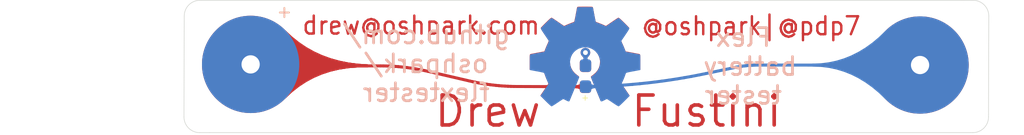
<source format=kicad_pcb>
(kicad_pcb (version 20171130) (host pcbnew 5.1.5-52549c5~84~ubuntu19.04.1)

  (general
    (thickness 1.6)
    (drawings 20)
    (tracks 75)
    (zones 0)
    (modules 6)
    (nets 4)
  )

  (page A4)
  (layers
    (0 F.Cu signal)
    (31 B.Cu signal)
    (32 B.Adhes user)
    (33 F.Adhes user)
    (34 B.Paste user)
    (35 F.Paste user)
    (36 B.SilkS user)
    (37 F.SilkS user)
    (38 B.Mask user)
    (39 F.Mask user)
    (40 Dwgs.User user)
    (41 Cmts.User user)
    (42 Eco1.User user)
    (43 Eco2.User user)
    (44 Edge.Cuts user)
    (45 Margin user)
    (46 B.CrtYd user)
    (47 F.CrtYd user)
    (48 B.Fab user)
    (49 F.Fab user)
  )

  (setup
    (last_trace_width 0.25)
    (trace_clearance 0.2)
    (zone_clearance 0.2)
    (zone_45_only no)
    (trace_min 0.2)
    (via_size 0.8)
    (via_drill 0.4)
    (via_min_size 0.4)
    (via_min_drill 0.3)
    (uvia_size 0.3)
    (uvia_drill 0.1)
    (uvias_allowed no)
    (uvia_min_size 0.2)
    (uvia_min_drill 0.1)
    (edge_width 0.05)
    (segment_width 0.2)
    (pcb_text_width 0.3)
    (pcb_text_size 1.5 1.5)
    (mod_edge_width 0.12)
    (mod_text_size 1 1)
    (mod_text_width 0.15)
    (pad_size 8.128 8.128)
    (pad_drill 1.524)
    (pad_to_mask_clearance 0.051)
    (solder_mask_min_width 0.25)
    (aux_axis_origin 0 0)
    (visible_elements FFFFFF7F)
    (pcbplotparams
      (layerselection 0x010fc_ffffffff)
      (usegerberextensions false)
      (usegerberattributes false)
      (usegerberadvancedattributes false)
      (creategerberjobfile false)
      (excludeedgelayer true)
      (linewidth 0.100000)
      (plotframeref false)
      (viasonmask false)
      (mode 1)
      (useauxorigin false)
      (hpglpennumber 1)
      (hpglpenspeed 20)
      (hpglpendiameter 15.000000)
      (psnegative false)
      (psa4output false)
      (plotreference true)
      (plotvalue true)
      (plotinvisibletext false)
      (padsonsilk false)
      (subtractmaskfromsilk false)
      (outputformat 1)
      (mirror false)
      (drillshape 1)
      (scaleselection 1)
      (outputdirectory ""))
  )

  (net 0 "")
  (net 1 GND)
  (net 2 +3V3)
  (net 3 "Net-(D1-Pad1)")

  (net_class Default "This is the default net class."
    (clearance 0.2)
    (trace_width 0.25)
    (via_dia 0.8)
    (via_drill 0.4)
    (uvia_dia 0.3)
    (uvia_drill 0.1)
    (add_net +3V3)
    (add_net GND)
    (add_net "Net-(D1-Pad1)")
  )

  (module Symbol:OSHW-Logo2_14.6x12mm_SilkScreen (layer F.Cu) (tedit 5E68EA85) (tstamp 5E48E758)
    (at 152.31364 96.33204)
    (descr "Open Source Hardware Symbol")
    (tags "Logo Symbol OSHW")
    (attr virtual)
    (fp_text reference REF** (at 0 0) (layer F.SilkS) hide
      (effects (font (size 1 1) (thickness 0.15)))
    )
    (fp_text value OSHW-Logo2_14.6x12mm_SilkScreen (at 0.75 0) (layer F.Fab) hide
      (effects (font (size 1 1) (thickness 0.15)))
    )
    (fp_poly (pts (xy 0.209014 -5.547002) (xy 0.367006 -5.546137) (xy 0.481347 -5.543795) (xy 0.559407 -5.539238)
      (xy 0.608554 -5.53173) (xy 0.636159 -5.520534) (xy 0.649592 -5.504912) (xy 0.656221 -5.484127)
      (xy 0.656865 -5.481437) (xy 0.666935 -5.432887) (xy 0.685575 -5.337095) (xy 0.710845 -5.204257)
      (xy 0.740807 -5.044569) (xy 0.773522 -4.868226) (xy 0.774664 -4.862033) (xy 0.807433 -4.689218)
      (xy 0.838093 -4.536531) (xy 0.864664 -4.413129) (xy 0.885167 -4.328169) (xy 0.897626 -4.29081)
      (xy 0.89822 -4.290148) (xy 0.934919 -4.271905) (xy 1.010586 -4.241503) (xy 1.108878 -4.205507)
      (xy 1.109425 -4.205315) (xy 1.233233 -4.158778) (xy 1.379196 -4.099496) (xy 1.516781 -4.039891)
      (xy 1.523293 -4.036944) (xy 1.74739 -3.935235) (xy 2.243619 -4.274103) (xy 2.395846 -4.377408)
      (xy 2.533741 -4.469763) (xy 2.649315 -4.545916) (xy 2.734579 -4.600615) (xy 2.781544 -4.628607)
      (xy 2.786004 -4.630683) (xy 2.820134 -4.62144) (xy 2.883881 -4.576844) (xy 2.979731 -4.494791)
      (xy 3.110169 -4.373179) (xy 3.243328 -4.243795) (xy 3.371694 -4.116298) (xy 3.486581 -3.999954)
      (xy 3.581073 -3.901948) (xy 3.648253 -3.829464) (xy 3.681206 -3.789687) (xy 3.682432 -3.787639)
      (xy 3.686074 -3.760344) (xy 3.67235 -3.715766) (xy 3.637869 -3.647888) (xy 3.579239 -3.550689)
      (xy 3.49307 -3.418149) (xy 3.3782 -3.247524) (xy 3.276254 -3.097345) (xy 3.185123 -2.96265)
      (xy 3.110073 -2.85126) (xy 3.056369 -2.770995) (xy 3.02928 -2.729675) (xy 3.027574 -2.72687)
      (xy 3.030882 -2.687279) (xy 3.055953 -2.610331) (xy 3.097798 -2.510568) (xy 3.112712 -2.478709)
      (xy 3.177786 -2.336774) (xy 3.247212 -2.175727) (xy 3.303609 -2.036379) (xy 3.344247 -1.932956)
      (xy 3.376526 -1.854358) (xy 3.395178 -1.81328) (xy 3.397497 -1.810115) (xy 3.431803 -1.804872)
      (xy 3.512669 -1.790506) (xy 3.629343 -1.769063) (xy 3.771075 -1.742587) (xy 3.92711 -1.713123)
      (xy 4.086698 -1.682717) (xy 4.239085 -1.653412) (xy 4.373521 -1.627255) (xy 4.479252 -1.60629)
      (xy 4.545526 -1.592561) (xy 4.561782 -1.58868) (xy 4.578573 -1.5791) (xy 4.591249 -1.557464)
      (xy 4.600378 -1.516469) (xy 4.606531 -1.448811) (xy 4.61028 -1.347188) (xy 4.612192 -1.204297)
      (xy 4.61284 -1.012835) (xy 4.612874 -0.934355) (xy 4.612874 -0.296094) (xy 4.459598 -0.26584)
      (xy 4.374322 -0.249436) (xy 4.24707 -0.225491) (xy 4.093315 -0.196893) (xy 3.928534 -0.166533)
      (xy 3.882989 -0.158194) (xy 3.730932 -0.12863) (xy 3.598468 -0.099558) (xy 3.496714 -0.073671)
      (xy 3.436788 -0.053663) (xy 3.426805 -0.047699) (xy 3.402293 -0.005466) (xy 3.367148 0.07637)
      (xy 3.328173 0.181683) (xy 3.320442 0.204368) (xy 3.26936 0.345018) (xy 3.205954 0.503714)
      (xy 3.143904 0.646225) (xy 3.143598 0.646886) (xy 3.040267 0.87044) (xy 3.719961 1.870232)
      (xy 3.283621 2.3073) (xy 3.151649 2.437381) (xy 3.031279 2.552048) (xy 2.929273 2.645181)
      (xy 2.852391 2.710658) (xy 2.807393 2.742357) (xy 2.800938 2.744368) (xy 2.76304 2.728529)
      (xy 2.685708 2.684496) (xy 2.577389 2.61749) (xy 2.446532 2.532734) (xy 2.305052 2.437816)
      (xy 2.161461 2.340998) (xy 2.033435 2.256751) (xy 1.929105 2.190258) (xy 1.8566 2.146702)
      (xy 1.824158 2.131264) (xy 1.784576 2.144328) (xy 1.709519 2.17875) (xy 1.614468 2.22738)
      (xy 1.604392 2.232785) (xy 1.476391 2.29698) (xy 1.388618 2.328463) (xy 1.334028 2.328798)
      (xy 1.305575 2.299548) (xy 1.30541 2.299138) (xy 1.291188 2.264498) (xy 1.257269 2.182269)
      (xy 1.206284 2.058814) (xy 1.140862 1.900498) (xy 1.063634 1.713686) (xy 0.977229 1.504742)
      (xy 0.893551 1.302446) (xy 0.801588 1.0792) (xy 0.71715 0.872392) (xy 0.642769 0.688362)
      (xy 0.580974 0.533451) (xy 0.534297 0.413996) (xy 0.505268 0.336339) (xy 0.496322 0.307356)
      (xy 0.518756 0.27411) (xy 0.577439 0.221123) (xy 0.655689 0.162704) (xy 0.878534 -0.022048)
      (xy 1.052718 -0.233818) (xy 1.176154 -0.468144) (xy 1.246754 -0.720566) (xy 1.262431 -0.986623)
      (xy 1.251036 -1.109425) (xy 1.18895 -1.364207) (xy 1.082023 -1.589199) (xy 0.936889 -1.782183)
      (xy 0.760178 -1.940939) (xy 0.558522 -2.06325) (xy 0.338554 -2.146895) (xy 0.106906 -2.189656)
      (xy -0.129791 -2.189313) (xy -0.364905 -2.143648) (xy -0.591804 -2.050441) (xy -0.803856 -1.907473)
      (xy -0.892364 -1.826617) (xy -1.062111 -1.618993) (xy -1.180301 -1.392105) (xy -1.247722 -1.152567)
      (xy -1.26516 -0.906993) (xy -1.233402 -0.661997) (xy -1.153235 -0.424192) (xy -1.025445 -0.200193)
      (xy -0.85082 0.003387) (xy -0.655688 0.162704) (xy -0.574409 0.223602) (xy -0.516991 0.276015)
      (xy -0.496322 0.307406) (xy -0.507144 0.341639) (xy -0.537923 0.423419) (xy -0.586126 0.546407)
      (xy -0.649222 0.704263) (xy -0.724678 0.890649) (xy -0.809962 1.099226) (xy -0.893781 1.302496)
      (xy -0.986255 1.525933) (xy -1.071911 1.732984) (xy -1.148118 1.917286) (xy -1.212247 2.072475)
      (xy -1.261668 2.192188) (xy -1.293752 2.270061) (xy -1.305641 2.299138) (xy -1.333726 2.328677)
      (xy -1.388051 2.328591) (xy -1.475605 2.297326) (xy -1.603381 2.233329) (xy -1.604392 2.232785)
      (xy -1.700598 2.183121) (xy -1.778369 2.146945) (xy -1.822223 2.131408) (xy -1.824158 2.131264)
      (xy -1.857171 2.147024) (xy -1.930054 2.19085) (xy -2.034678 2.257557) (xy -2.16291 2.341964)
      (xy -2.305052 2.437816) (xy -2.449767 2.534867) (xy -2.580196 2.61927) (xy -2.68789 2.685801)
      (xy -2.764402 2.729238) (xy -2.800938 2.744368) (xy -2.834582 2.724482) (xy -2.902224 2.668903)
      (xy -2.997107 2.583754) (xy -3.11247 2.475153) (xy -3.241555 2.349221) (xy -3.283771 2.307149)
      (xy -3.720261 1.869931) (xy -3.388023 1.38234) (xy -3.287054 1.232605) (xy -3.198438 1.09822)
      (xy -3.127146 0.986969) (xy -3.07815 0.906639) (xy -3.056422 0.865014) (xy -3.055785 0.862053)
      (xy -3.06724 0.822818) (xy -3.098051 0.743895) (xy -3.142884 0.638509) (xy -3.174353 0.567954)
      (xy -3.233192 0.432876) (xy -3.288604 0.296409) (xy -3.331564 0.181103) (xy -3.343234 0.145977)
      (xy -3.376389 0.052174) (xy -3.408799 -0.020306) (xy -3.426601 -0.047699) (xy -3.465886 -0.064464)
      (xy -3.551626 -0.08823) (xy -3.672697 -0.116303) (xy -3.817973 -0.145991) (xy -3.882988 -0.158194)
      (xy -4.048087 -0.188532) (xy -4.206448 -0.217907) (xy -4.342596 -0.243431) (xy -4.441057 -0.262215)
      (xy -4.459598 -0.26584) (xy -4.612873 -0.296094) (xy -4.612873 -0.934355) (xy -4.612529 -1.14423)
      (xy -4.611116 -1.30302) (xy -4.608064 -1.418027) (xy -4.602803 -1.496554) (xy -4.594763 -1.545904)
      (xy -4.583373 -1.573381) (xy -4.568063 -1.586287) (xy -4.561782 -1.58868) (xy -4.523896 -1.597167)
      (xy -4.440195 -1.6141) (xy -4.321433 -1.637434) (xy -4.178361 -1.665125) (xy -4.021732 -1.695127)
      (xy -3.862297 -1.725396) (xy -3.710809 -1.753885) (xy -3.578019 -1.778551) (xy -3.474681 -1.797349)
      (xy -3.411545 -1.808233) (xy -3.397497 -1.810115) (xy -3.38477 -1.835296) (xy -3.3566 -1.902378)
      (xy -3.318252 -1.998667) (xy -3.303609 -2.036379) (xy -3.244548 -2.182079) (xy -3.175 -2.343049)
      (xy -3.112712 -2.478709) (xy -3.066879 -2.582439) (xy -3.036387 -2.667674) (xy -3.026208 -2.719874)
      (xy -3.027831 -2.72687) (xy -3.049343 -2.759898) (xy -3.098465 -2.833357) (xy -3.169923 -2.939423)
      (xy -3.258445 -3.070274) (xy -3.358759 -3.218088) (xy -3.378594 -3.247266) (xy -3.494988 -3.420137)
      (xy -3.580548 -3.551774) (xy -3.638684 -3.648239) (xy -3.672808 -3.715592) (xy -3.686331 -3.759894)
      (xy -3.682664 -3.787206) (xy -3.68257 -3.78738) (xy -3.653707 -3.823254) (xy -3.589867 -3.892609)
      (xy -3.497969 -3.988255) (xy -3.384933 -4.103001) (xy -3.257679 -4.229659) (xy -3.243328 -4.243795)
      (xy -3.082957 -4.399097) (xy -2.959195 -4.51313) (xy -2.869555 -4.587998) (xy -2.811552 -4.625804)
      (xy -2.786004 -4.630683) (xy -2.748718 -4.609397) (xy -2.671343 -4.560227) (xy -2.561867 -4.488425)
      (xy -2.42828 -4.399245) (xy -2.27857 -4.297937) (xy -2.243618 -4.274103) (xy -1.74739 -3.935235)
      (xy -1.523293 -4.036944) (xy -1.387011 -4.096217) (xy -1.240724 -4.15583) (xy -1.114965 -4.20336)
      (xy -1.109425 -4.205315) (xy -1.011057 -4.241323) (xy -0.935229 -4.271771) (xy -0.898282 -4.290095)
      (xy -0.89822 -4.290148) (xy -0.886496 -4.323271) (xy -0.866568 -4.404733) (xy -0.840413 -4.525375)
      (xy -0.81001 -4.676041) (xy -0.777337 -4.847572) (xy -0.774664 -4.862033) (xy -0.74189 -5.038765)
      (xy -0.711802 -5.19919) (xy -0.686339 -5.333112) (xy -0.667441 -5.430337) (xy -0.657047 -5.480668)
      (xy -0.656865 -5.481437) (xy -0.650539 -5.502847) (xy -0.638239 -5.519012) (xy -0.612594 -5.530669)
      (xy -0.566235 -5.538555) (xy -0.491792 -5.543407) (xy -0.381895 -5.545961) (xy -0.229175 -5.546955)
      (xy -0.026262 -5.547126) (xy 0 -5.547126) (xy 0.209014 -5.547002)) (layer F.Mask) (width 0.01))
    (fp_poly (pts (xy 0.198509 -5.562803) (xy 0.356501 -5.561938) (xy 0.470842 -5.559596) (xy 0.548902 -5.555039)
      (xy 0.598049 -5.547531) (xy 0.625654 -5.536335) (xy 0.639087 -5.520713) (xy 0.645716 -5.499928)
      (xy 0.64636 -5.497238) (xy 0.65643 -5.448688) (xy 0.67507 -5.352896) (xy 0.70034 -5.220058)
      (xy 0.730302 -5.06037) (xy 0.763017 -4.884027) (xy 0.764159 -4.877834) (xy 0.796928 -4.705019)
      (xy 0.827588 -4.552332) (xy 0.854159 -4.42893) (xy 0.874662 -4.34397) (xy 0.887121 -4.306611)
      (xy 0.887715 -4.305949) (xy 0.924414 -4.287706) (xy 1.000081 -4.257304) (xy 1.098373 -4.221308)
      (xy 1.09892 -4.221116) (xy 1.222728 -4.174579) (xy 1.368691 -4.115297) (xy 1.506276 -4.055692)
      (xy 1.512788 -4.052745) (xy 1.736885 -3.951036) (xy 2.233114 -4.289904) (xy 2.385341 -4.393209)
      (xy 2.523236 -4.485564) (xy 2.63881 -4.561717) (xy 2.724074 -4.616416) (xy 2.771039 -4.644408)
      (xy 2.775499 -4.646484) (xy 2.809629 -4.637241) (xy 2.873376 -4.592645) (xy 2.969226 -4.510592)
      (xy 3.099664 -4.38898) (xy 3.232823 -4.259596) (xy 3.361189 -4.132099) (xy 3.476076 -4.015755)
      (xy 3.570568 -3.917749) (xy 3.637748 -3.845265) (xy 3.670701 -3.805488) (xy 3.671927 -3.80344)
      (xy 3.675569 -3.776145) (xy 3.661845 -3.731567) (xy 3.627364 -3.663689) (xy 3.568734 -3.56649)
      (xy 3.482565 -3.43395) (xy 3.367695 -3.263325) (xy 3.265749 -3.113146) (xy 3.174618 -2.978451)
      (xy 3.099568 -2.867061) (xy 3.045864 -2.786796) (xy 3.018775 -2.745476) (xy 3.017069 -2.742671)
      (xy 3.020377 -2.70308) (xy 3.045448 -2.626132) (xy 3.087293 -2.526369) (xy 3.102207 -2.49451)
      (xy 3.167281 -2.352575) (xy 3.236707 -2.191528) (xy 3.293104 -2.05218) (xy 3.333742 -1.948757)
      (xy 3.366021 -1.870159) (xy 3.384673 -1.829081) (xy 3.386992 -1.825916) (xy 3.421298 -1.820673)
      (xy 3.502164 -1.806307) (xy 3.618838 -1.784864) (xy 3.76057 -1.758388) (xy 3.916605 -1.728924)
      (xy 4.076193 -1.698518) (xy 4.22858 -1.669213) (xy 4.363016 -1.643056) (xy 4.468747 -1.622091)
      (xy 4.535021 -1.608362) (xy 4.551277 -1.604481) (xy 4.568068 -1.594901) (xy 4.580744 -1.573265)
      (xy 4.589873 -1.53227) (xy 4.596026 -1.464612) (xy 4.599775 -1.362989) (xy 4.601687 -1.220098)
      (xy 4.602335 -1.028636) (xy 4.602369 -0.950156) (xy 4.602369 -0.311895) (xy 4.449093 -0.281641)
      (xy 4.363817 -0.265237) (xy 4.236565 -0.241292) (xy 4.08281 -0.212694) (xy 3.918029 -0.182334)
      (xy 3.872484 -0.173995) (xy 3.720427 -0.144431) (xy 3.587963 -0.115359) (xy 3.486209 -0.089472)
      (xy 3.426283 -0.069464) (xy 3.4163 -0.0635) (xy 3.391788 -0.021267) (xy 3.356643 0.060569)
      (xy 3.317668 0.165882) (xy 3.309937 0.188567) (xy 3.258855 0.329217) (xy 3.195449 0.487913)
      (xy 3.133399 0.630424) (xy 3.133093 0.631085) (xy 3.029762 0.854639) (xy 3.709456 1.854431)
      (xy 3.273116 2.291499) (xy 3.141144 2.42158) (xy 3.020774 2.536247) (xy 2.918768 2.62938)
      (xy 2.841886 2.694857) (xy 2.796888 2.726556) (xy 2.790433 2.728567) (xy 2.752535 2.712728)
      (xy 2.675203 2.668695) (xy 2.566884 2.601689) (xy 2.436027 2.516933) (xy 2.294547 2.422015)
      (xy 2.150956 2.325197) (xy 2.02293 2.24095) (xy 1.9186 2.174457) (xy 1.846095 2.130901)
      (xy 1.813653 2.115463) (xy 1.774071 2.128527) (xy 1.699014 2.162949) (xy 1.603963 2.211579)
      (xy 1.593887 2.216984) (xy 1.465886 2.281179) (xy 1.378113 2.312662) (xy 1.323523 2.312997)
      (xy 1.29507 2.283747) (xy 1.294905 2.283337) (xy 1.280683 2.248697) (xy 1.246764 2.166468)
      (xy 1.195779 2.043013) (xy 1.130357 1.884697) (xy 1.053129 1.697885) (xy 0.966724 1.488941)
      (xy 0.883046 1.286645) (xy 0.791083 1.063399) (xy 0.706645 0.856591) (xy 0.632264 0.672561)
      (xy 0.570469 0.51765) (xy 0.523792 0.398195) (xy 0.494763 0.320538) (xy 0.485817 0.291555)
      (xy 0.508251 0.258309) (xy 0.566934 0.205322) (xy 0.645184 0.146903) (xy 0.868029 -0.037849)
      (xy 1.042213 -0.249619) (xy 1.165649 -0.483945) (xy 1.236249 -0.736367) (xy 1.251926 -1.002424)
      (xy 1.240531 -1.125226) (xy 1.178445 -1.380008) (xy 1.071518 -1.605) (xy 0.926384 -1.797984)
      (xy 0.749673 -1.95674) (xy 0.548017 -2.079051) (xy 0.328049 -2.162696) (xy 0.096401 -2.205457)
      (xy -0.140296 -2.205114) (xy -0.37541 -2.159449) (xy -0.602309 -2.066242) (xy -0.814361 -1.923274)
      (xy -0.902869 -1.842418) (xy -1.072616 -1.634794) (xy -1.190806 -1.407906) (xy -1.258227 -1.168368)
      (xy -1.275665 -0.922794) (xy -1.243907 -0.677798) (xy -1.16374 -0.439993) (xy -1.03595 -0.215994)
      (xy -0.861325 -0.012414) (xy -0.666193 0.146903) (xy -0.584914 0.207801) (xy -0.527496 0.260214)
      (xy -0.506827 0.291605) (xy -0.517649 0.325838) (xy -0.548428 0.407618) (xy -0.596631 0.530606)
      (xy -0.659727 0.688462) (xy -0.735183 0.874848) (xy -0.820467 1.083425) (xy -0.904286 1.286695)
      (xy -0.99676 1.510132) (xy -1.082416 1.717183) (xy -1.158623 1.901485) (xy -1.222752 2.056674)
      (xy -1.272173 2.176387) (xy -1.304257 2.25426) (xy -1.316146 2.283337) (xy -1.344231 2.312876)
      (xy -1.398556 2.31279) (xy -1.48611 2.281525) (xy -1.613886 2.217528) (xy -1.614897 2.216984)
      (xy -1.711103 2.16732) (xy -1.788874 2.131144) (xy -1.832728 2.115607) (xy -1.834663 2.115463)
      (xy -1.867676 2.131223) (xy -1.940559 2.175049) (xy -2.045183 2.241756) (xy -2.173415 2.326163)
      (xy -2.315557 2.422015) (xy -2.460272 2.519066) (xy -2.590701 2.603469) (xy -2.698395 2.67)
      (xy -2.774907 2.713437) (xy -2.811443 2.728567) (xy -2.845087 2.708681) (xy -2.912729 2.653102)
      (xy -3.007612 2.567953) (xy -3.122975 2.459352) (xy -3.25206 2.33342) (xy -3.294276 2.291348)
      (xy -3.730766 1.85413) (xy -3.398528 1.366539) (xy -3.297559 1.216804) (xy -3.208943 1.082419)
      (xy -3.137651 0.971168) (xy -3.088655 0.890838) (xy -3.066927 0.849213) (xy -3.06629 0.846252)
      (xy -3.077745 0.807017) (xy -3.108556 0.728094) (xy -3.153389 0.622708) (xy -3.184858 0.552153)
      (xy -3.243697 0.417075) (xy -3.299109 0.280608) (xy -3.342069 0.165302) (xy -3.353739 0.130176)
      (xy -3.386894 0.036373) (xy -3.419304 -0.036107) (xy -3.437106 -0.0635) (xy -3.476391 -0.080265)
      (xy -3.562131 -0.104031) (xy -3.683202 -0.132104) (xy -3.828478 -0.161792) (xy -3.893493 -0.173995)
      (xy -4.058592 -0.204333) (xy -4.216953 -0.233708) (xy -4.353101 -0.259232) (xy -4.451562 -0.278016)
      (xy -4.470103 -0.281641) (xy -4.623378 -0.311895) (xy -4.623378 -0.950156) (xy -4.623034 -1.160031)
      (xy -4.621621 -1.318821) (xy -4.618569 -1.433828) (xy -4.613308 -1.512355) (xy -4.605268 -1.561705)
      (xy -4.593878 -1.589182) (xy -4.578568 -1.602088) (xy -4.572287 -1.604481) (xy -4.534401 -1.612968)
      (xy -4.4507 -1.629901) (xy -4.331938 -1.653235) (xy -4.188866 -1.680926) (xy -4.032237 -1.710928)
      (xy -3.872802 -1.741197) (xy -3.721314 -1.769686) (xy -3.588524 -1.794352) (xy -3.485186 -1.81315)
      (xy -3.42205 -1.824034) (xy -3.408002 -1.825916) (xy -3.395275 -1.851097) (xy -3.367105 -1.918179)
      (xy -3.328757 -2.014468) (xy -3.314114 -2.05218) (xy -3.255053 -2.19788) (xy -3.185505 -2.35885)
      (xy -3.123217 -2.49451) (xy -3.077384 -2.59824) (xy -3.046892 -2.683475) (xy -3.036713 -2.735675)
      (xy -3.038336 -2.742671) (xy -3.059848 -2.775699) (xy -3.10897 -2.849158) (xy -3.180428 -2.955224)
      (xy -3.26895 -3.086075) (xy -3.369264 -3.233889) (xy -3.389099 -3.263067) (xy -3.505493 -3.435938)
      (xy -3.591053 -3.567575) (xy -3.649189 -3.66404) (xy -3.683313 -3.731393) (xy -3.696836 -3.775695)
      (xy -3.693169 -3.803007) (xy -3.693075 -3.803181) (xy -3.664212 -3.839055) (xy -3.600372 -3.90841)
      (xy -3.508474 -4.004056) (xy -3.395438 -4.118802) (xy -3.268184 -4.24546) (xy -3.253833 -4.259596)
      (xy -3.093462 -4.414898) (xy -2.9697 -4.528931) (xy -2.88006 -4.603799) (xy -2.822057 -4.641605)
      (xy -2.796509 -4.646484) (xy -2.759223 -4.625198) (xy -2.681848 -4.576028) (xy -2.572372 -4.504226)
      (xy -2.438785 -4.415046) (xy -2.289075 -4.313738) (xy -2.254123 -4.289904) (xy -1.757895 -3.951036)
      (xy -1.533798 -4.052745) (xy -1.397516 -4.112018) (xy -1.251229 -4.171631) (xy -1.12547 -4.219161)
      (xy -1.11993 -4.221116) (xy -1.021562 -4.257124) (xy -0.945734 -4.287572) (xy -0.908787 -4.305896)
      (xy -0.908725 -4.305949) (xy -0.897001 -4.339072) (xy -0.877073 -4.420534) (xy -0.850918 -4.541176)
      (xy -0.820515 -4.691842) (xy -0.787842 -4.863373) (xy -0.785169 -4.877834) (xy -0.752395 -5.054566)
      (xy -0.722307 -5.214991) (xy -0.696844 -5.348913) (xy -0.677946 -5.446138) (xy -0.667552 -5.496469)
      (xy -0.66737 -5.497238) (xy -0.661044 -5.518648) (xy -0.648744 -5.534813) (xy -0.623099 -5.54647)
      (xy -0.57674 -5.554356) (xy -0.502297 -5.559208) (xy -0.3924 -5.561762) (xy -0.23968 -5.562756)
      (xy -0.036767 -5.562927) (xy -0.010505 -5.562927) (xy 0.198509 -5.562803)) (layer F.Cu) (width 0.01))
  )

  (module Symbol:OSHW-Logo2_14.6x12mm_SilkScreen (layer B.Cu) (tedit 5E68E6D8) (tstamp 5E490121)
    (at 152.3111 96.34474 180)
    (descr "Open Source Hardware Symbol")
    (tags "Logo Symbol OSHW")
    (attr virtual)
    (fp_text reference REF** (at 0 0) (layer B.SilkS) hide
      (effects (font (size 1 1) (thickness 0.15)) (justify mirror))
    )
    (fp_text value OSHW-Logo2_14.6x12mm_SilkScreen (at 0.75 0) (layer B.Fab) hide
      (effects (font (size 1 1) (thickness 0.15)) (justify mirror))
    )
    (fp_poly (pts (xy 0.209014 5.547002) (xy 0.367006 5.546137) (xy 0.481347 5.543795) (xy 0.559407 5.539238)
      (xy 0.608554 5.53173) (xy 0.636159 5.520534) (xy 0.649592 5.504912) (xy 0.656221 5.484127)
      (xy 0.656865 5.481437) (xy 0.666935 5.432887) (xy 0.685575 5.337095) (xy 0.710845 5.204257)
      (xy 0.740807 5.044569) (xy 0.773522 4.868226) (xy 0.774664 4.862033) (xy 0.807433 4.689218)
      (xy 0.838093 4.536531) (xy 0.864664 4.413129) (xy 0.885167 4.328169) (xy 0.897626 4.29081)
      (xy 0.89822 4.290148) (xy 0.934919 4.271905) (xy 1.010586 4.241503) (xy 1.108878 4.205507)
      (xy 1.109425 4.205315) (xy 1.233233 4.158778) (xy 1.379196 4.099496) (xy 1.516781 4.039891)
      (xy 1.523293 4.036944) (xy 1.74739 3.935235) (xy 2.243619 4.274103) (xy 2.395846 4.377408)
      (xy 2.533741 4.469763) (xy 2.649315 4.545916) (xy 2.734579 4.600615) (xy 2.781544 4.628607)
      (xy 2.786004 4.630683) (xy 2.820134 4.62144) (xy 2.883881 4.576844) (xy 2.979731 4.494791)
      (xy 3.110169 4.373179) (xy 3.243328 4.243795) (xy 3.371694 4.116298) (xy 3.486581 3.999954)
      (xy 3.581073 3.901948) (xy 3.648253 3.829464) (xy 3.681206 3.789687) (xy 3.682432 3.787639)
      (xy 3.686074 3.760344) (xy 3.67235 3.715766) (xy 3.637869 3.647888) (xy 3.579239 3.550689)
      (xy 3.49307 3.418149) (xy 3.3782 3.247524) (xy 3.276254 3.097345) (xy 3.185123 2.96265)
      (xy 3.110073 2.85126) (xy 3.056369 2.770995) (xy 3.02928 2.729675) (xy 3.027574 2.72687)
      (xy 3.030882 2.687279) (xy 3.055953 2.610331) (xy 3.097798 2.510568) (xy 3.112712 2.478709)
      (xy 3.177786 2.336774) (xy 3.247212 2.175727) (xy 3.303609 2.036379) (xy 3.344247 1.932956)
      (xy 3.376526 1.854358) (xy 3.395178 1.81328) (xy 3.397497 1.810115) (xy 3.431803 1.804872)
      (xy 3.512669 1.790506) (xy 3.629343 1.769063) (xy 3.771075 1.742587) (xy 3.92711 1.713123)
      (xy 4.086698 1.682717) (xy 4.239085 1.653412) (xy 4.373521 1.627255) (xy 4.479252 1.60629)
      (xy 4.545526 1.592561) (xy 4.561782 1.58868) (xy 4.578573 1.5791) (xy 4.591249 1.557464)
      (xy 4.600378 1.516469) (xy 4.606531 1.448811) (xy 4.61028 1.347188) (xy 4.612192 1.204297)
      (xy 4.61284 1.012835) (xy 4.612874 0.934355) (xy 4.612874 0.296094) (xy 4.459598 0.26584)
      (xy 4.374322 0.249436) (xy 4.24707 0.225491) (xy 4.093315 0.196893) (xy 3.928534 0.166533)
      (xy 3.882989 0.158194) (xy 3.730932 0.12863) (xy 3.598468 0.099558) (xy 3.496714 0.073671)
      (xy 3.436788 0.053663) (xy 3.426805 0.047699) (xy 3.402293 0.005466) (xy 3.367148 -0.07637)
      (xy 3.328173 -0.181683) (xy 3.320442 -0.204368) (xy 3.26936 -0.345018) (xy 3.205954 -0.503714)
      (xy 3.143904 -0.646225) (xy 3.143598 -0.646886) (xy 3.040267 -0.87044) (xy 3.719961 -1.870232)
      (xy 3.283621 -2.3073) (xy 3.151649 -2.437381) (xy 3.031279 -2.552048) (xy 2.929273 -2.645181)
      (xy 2.852391 -2.710658) (xy 2.807393 -2.742357) (xy 2.800938 -2.744368) (xy 2.76304 -2.728529)
      (xy 2.685708 -2.684496) (xy 2.577389 -2.61749) (xy 2.446532 -2.532734) (xy 2.305052 -2.437816)
      (xy 2.161461 -2.340998) (xy 2.033435 -2.256751) (xy 1.929105 -2.190258) (xy 1.8566 -2.146702)
      (xy 1.824158 -2.131264) (xy 1.784576 -2.144328) (xy 1.709519 -2.17875) (xy 1.614468 -2.22738)
      (xy 1.604392 -2.232785) (xy 1.476391 -2.29698) (xy 1.388618 -2.328463) (xy 1.334028 -2.328798)
      (xy 1.305575 -2.299548) (xy 1.30541 -2.299138) (xy 1.291188 -2.264498) (xy 1.257269 -2.182269)
      (xy 1.206284 -2.058814) (xy 1.140862 -1.900498) (xy 1.063634 -1.713686) (xy 0.977229 -1.504742)
      (xy 0.893551 -1.302446) (xy 0.801588 -1.0792) (xy 0.71715 -0.872392) (xy 0.642769 -0.688362)
      (xy 0.580974 -0.533451) (xy 0.534297 -0.413996) (xy 0.505268 -0.336339) (xy 0.496322 -0.307356)
      (xy 0.518756 -0.27411) (xy 0.577439 -0.221123) (xy 0.655689 -0.162704) (xy 0.878534 0.022048)
      (xy 1.052718 0.233818) (xy 1.176154 0.468144) (xy 1.246754 0.720566) (xy 1.262431 0.986623)
      (xy 1.251036 1.109425) (xy 1.18895 1.364207) (xy 1.082023 1.589199) (xy 0.936889 1.782183)
      (xy 0.760178 1.940939) (xy 0.558522 2.06325) (xy 0.338554 2.146895) (xy 0.106906 2.189656)
      (xy -0.129791 2.189313) (xy -0.364905 2.143648) (xy -0.591804 2.050441) (xy -0.803856 1.907473)
      (xy -0.892364 1.826617) (xy -1.062111 1.618993) (xy -1.180301 1.392105) (xy -1.247722 1.152567)
      (xy -1.26516 0.906993) (xy -1.233402 0.661997) (xy -1.153235 0.424192) (xy -1.025445 0.200193)
      (xy -0.85082 -0.003387) (xy -0.655688 -0.162704) (xy -0.574409 -0.223602) (xy -0.516991 -0.276015)
      (xy -0.496322 -0.307406) (xy -0.507144 -0.341639) (xy -0.537923 -0.423419) (xy -0.586126 -0.546407)
      (xy -0.649222 -0.704263) (xy -0.724678 -0.890649) (xy -0.809962 -1.099226) (xy -0.893781 -1.302496)
      (xy -0.986255 -1.525933) (xy -1.071911 -1.732984) (xy -1.148118 -1.917286) (xy -1.212247 -2.072475)
      (xy -1.261668 -2.192188) (xy -1.293752 -2.270061) (xy -1.305641 -2.299138) (xy -1.333726 -2.328677)
      (xy -1.388051 -2.328591) (xy -1.475605 -2.297326) (xy -1.603381 -2.233329) (xy -1.604392 -2.232785)
      (xy -1.700598 -2.183121) (xy -1.778369 -2.146945) (xy -1.822223 -2.131408) (xy -1.824158 -2.131264)
      (xy -1.857171 -2.147024) (xy -1.930054 -2.19085) (xy -2.034678 -2.257557) (xy -2.16291 -2.341964)
      (xy -2.305052 -2.437816) (xy -2.449767 -2.534867) (xy -2.580196 -2.61927) (xy -2.68789 -2.685801)
      (xy -2.764402 -2.729238) (xy -2.800938 -2.744368) (xy -2.834582 -2.724482) (xy -2.902224 -2.668903)
      (xy -2.997107 -2.583754) (xy -3.11247 -2.475153) (xy -3.241555 -2.349221) (xy -3.283771 -2.307149)
      (xy -3.720261 -1.869931) (xy -3.388023 -1.38234) (xy -3.287054 -1.232605) (xy -3.198438 -1.09822)
      (xy -3.127146 -0.986969) (xy -3.07815 -0.906639) (xy -3.056422 -0.865014) (xy -3.055785 -0.862053)
      (xy -3.06724 -0.822818) (xy -3.098051 -0.743895) (xy -3.142884 -0.638509) (xy -3.174353 -0.567954)
      (xy -3.233192 -0.432876) (xy -3.288604 -0.296409) (xy -3.331564 -0.181103) (xy -3.343234 -0.145977)
      (xy -3.376389 -0.052174) (xy -3.408799 0.020306) (xy -3.426601 0.047699) (xy -3.465886 0.064464)
      (xy -3.551626 0.08823) (xy -3.672697 0.116303) (xy -3.817973 0.145991) (xy -3.882988 0.158194)
      (xy -4.048087 0.188532) (xy -4.206448 0.217907) (xy -4.342596 0.243431) (xy -4.441057 0.262215)
      (xy -4.459598 0.26584) (xy -4.612873 0.296094) (xy -4.612873 0.934355) (xy -4.612529 1.14423)
      (xy -4.611116 1.30302) (xy -4.608064 1.418027) (xy -4.602803 1.496554) (xy -4.594763 1.545904)
      (xy -4.583373 1.573381) (xy -4.568063 1.586287) (xy -4.561782 1.58868) (xy -4.523896 1.597167)
      (xy -4.440195 1.6141) (xy -4.321433 1.637434) (xy -4.178361 1.665125) (xy -4.021732 1.695127)
      (xy -3.862297 1.725396) (xy -3.710809 1.753885) (xy -3.578019 1.778551) (xy -3.474681 1.797349)
      (xy -3.411545 1.808233) (xy -3.397497 1.810115) (xy -3.38477 1.835296) (xy -3.3566 1.902378)
      (xy -3.318252 1.998667) (xy -3.303609 2.036379) (xy -3.244548 2.182079) (xy -3.175 2.343049)
      (xy -3.112712 2.478709) (xy -3.066879 2.582439) (xy -3.036387 2.667674) (xy -3.026208 2.719874)
      (xy -3.027831 2.72687) (xy -3.049343 2.759898) (xy -3.098465 2.833357) (xy -3.169923 2.939423)
      (xy -3.258445 3.070274) (xy -3.358759 3.218088) (xy -3.378594 3.247266) (xy -3.494988 3.420137)
      (xy -3.580548 3.551774) (xy -3.638684 3.648239) (xy -3.672808 3.715592) (xy -3.686331 3.759894)
      (xy -3.682664 3.787206) (xy -3.68257 3.78738) (xy -3.653707 3.823254) (xy -3.589867 3.892609)
      (xy -3.497969 3.988255) (xy -3.384933 4.103001) (xy -3.257679 4.229659) (xy -3.243328 4.243795)
      (xy -3.082957 4.399097) (xy -2.959195 4.51313) (xy -2.869555 4.587998) (xy -2.811552 4.625804)
      (xy -2.786004 4.630683) (xy -2.748718 4.609397) (xy -2.671343 4.560227) (xy -2.561867 4.488425)
      (xy -2.42828 4.399245) (xy -2.27857 4.297937) (xy -2.243618 4.274103) (xy -1.74739 3.935235)
      (xy -1.523293 4.036944) (xy -1.387011 4.096217) (xy -1.240724 4.15583) (xy -1.114965 4.20336)
      (xy -1.109425 4.205315) (xy -1.011057 4.241323) (xy -0.935229 4.271771) (xy -0.898282 4.290095)
      (xy -0.89822 4.290148) (xy -0.886496 4.323271) (xy -0.866568 4.404733) (xy -0.840413 4.525375)
      (xy -0.81001 4.676041) (xy -0.777337 4.847572) (xy -0.774664 4.862033) (xy -0.74189 5.038765)
      (xy -0.711802 5.19919) (xy -0.686339 5.333112) (xy -0.667441 5.430337) (xy -0.657047 5.480668)
      (xy -0.656865 5.481437) (xy -0.650539 5.502847) (xy -0.638239 5.519012) (xy -0.612594 5.530669)
      (xy -0.566235 5.538555) (xy -0.491792 5.543407) (xy -0.381895 5.545961) (xy -0.229175 5.546955)
      (xy -0.026262 5.547126) (xy 0 5.547126) (xy 0.209014 5.547002)) (layer B.Mask) (width 0.01))
    (fp_poly (pts (xy 0.209014 5.547002) (xy 0.367006 5.546137) (xy 0.481347 5.543795) (xy 0.559407 5.539238)
      (xy 0.608554 5.53173) (xy 0.636159 5.520534) (xy 0.649592 5.504912) (xy 0.656221 5.484127)
      (xy 0.656865 5.481437) (xy 0.666935 5.432887) (xy 0.685575 5.337095) (xy 0.710845 5.204257)
      (xy 0.740807 5.044569) (xy 0.773522 4.868226) (xy 0.774664 4.862033) (xy 0.807433 4.689218)
      (xy 0.838093 4.536531) (xy 0.864664 4.413129) (xy 0.885167 4.328169) (xy 0.897626 4.29081)
      (xy 0.89822 4.290148) (xy 0.934919 4.271905) (xy 1.010586 4.241503) (xy 1.108878 4.205507)
      (xy 1.109425 4.205315) (xy 1.233233 4.158778) (xy 1.379196 4.099496) (xy 1.516781 4.039891)
      (xy 1.523293 4.036944) (xy 1.74739 3.935235) (xy 2.243619 4.274103) (xy 2.395846 4.377408)
      (xy 2.533741 4.469763) (xy 2.649315 4.545916) (xy 2.734579 4.600615) (xy 2.781544 4.628607)
      (xy 2.786004 4.630683) (xy 2.820134 4.62144) (xy 2.883881 4.576844) (xy 2.979731 4.494791)
      (xy 3.110169 4.373179) (xy 3.243328 4.243795) (xy 3.371694 4.116298) (xy 3.486581 3.999954)
      (xy 3.581073 3.901948) (xy 3.648253 3.829464) (xy 3.681206 3.789687) (xy 3.682432 3.787639)
      (xy 3.686074 3.760344) (xy 3.67235 3.715766) (xy 3.637869 3.647888) (xy 3.579239 3.550689)
      (xy 3.49307 3.418149) (xy 3.3782 3.247524) (xy 3.276254 3.097345) (xy 3.185123 2.96265)
      (xy 3.110073 2.85126) (xy 3.056369 2.770995) (xy 3.02928 2.729675) (xy 3.027574 2.72687)
      (xy 3.030882 2.687279) (xy 3.055953 2.610331) (xy 3.097798 2.510568) (xy 3.112712 2.478709)
      (xy 3.177786 2.336774) (xy 3.247212 2.175727) (xy 3.303609 2.036379) (xy 3.344247 1.932956)
      (xy 3.376526 1.854358) (xy 3.395178 1.81328) (xy 3.397497 1.810115) (xy 3.431803 1.804872)
      (xy 3.512669 1.790506) (xy 3.629343 1.769063) (xy 3.771075 1.742587) (xy 3.92711 1.713123)
      (xy 4.086698 1.682717) (xy 4.239085 1.653412) (xy 4.373521 1.627255) (xy 4.479252 1.60629)
      (xy 4.545526 1.592561) (xy 4.561782 1.58868) (xy 4.578573 1.5791) (xy 4.591249 1.557464)
      (xy 4.600378 1.516469) (xy 4.606531 1.448811) (xy 4.61028 1.347188) (xy 4.612192 1.204297)
      (xy 4.61284 1.012835) (xy 4.612874 0.934355) (xy 4.612874 0.296094) (xy 4.459598 0.26584)
      (xy 4.374322 0.249436) (xy 4.24707 0.225491) (xy 4.093315 0.196893) (xy 3.928534 0.166533)
      (xy 3.882989 0.158194) (xy 3.730932 0.12863) (xy 3.598468 0.099558) (xy 3.496714 0.073671)
      (xy 3.436788 0.053663) (xy 3.426805 0.047699) (xy 3.402293 0.005466) (xy 3.367148 -0.07637)
      (xy 3.328173 -0.181683) (xy 3.320442 -0.204368) (xy 3.26936 -0.345018) (xy 3.205954 -0.503714)
      (xy 3.143904 -0.646225) (xy 3.143598 -0.646886) (xy 3.040267 -0.87044) (xy 3.719961 -1.870232)
      (xy 3.283621 -2.3073) (xy 3.151649 -2.437381) (xy 3.031279 -2.552048) (xy 2.929273 -2.645181)
      (xy 2.852391 -2.710658) (xy 2.807393 -2.742357) (xy 2.800938 -2.744368) (xy 2.76304 -2.728529)
      (xy 2.685708 -2.684496) (xy 2.577389 -2.61749) (xy 2.446532 -2.532734) (xy 2.305052 -2.437816)
      (xy 2.161461 -2.340998) (xy 2.033435 -2.256751) (xy 1.929105 -2.190258) (xy 1.8566 -2.146702)
      (xy 1.824158 -2.131264) (xy 1.784576 -2.144328) (xy 1.709519 -2.17875) (xy 1.614468 -2.22738)
      (xy 1.604392 -2.232785) (xy 1.476391 -2.29698) (xy 1.388618 -2.328463) (xy 1.334028 -2.328798)
      (xy 1.305575 -2.299548) (xy 1.30541 -2.299138) (xy 1.291188 -2.264498) (xy 1.257269 -2.182269)
      (xy 1.206284 -2.058814) (xy 1.140862 -1.900498) (xy 1.063634 -1.713686) (xy 0.977229 -1.504742)
      (xy 0.893551 -1.302446) (xy 0.801588 -1.0792) (xy 0.71715 -0.872392) (xy 0.642769 -0.688362)
      (xy 0.580974 -0.533451) (xy 0.534297 -0.413996) (xy 0.505268 -0.336339) (xy 0.496322 -0.307356)
      (xy 0.518756 -0.27411) (xy 0.577439 -0.221123) (xy 0.655689 -0.162704) (xy 0.878534 0.022048)
      (xy 1.052718 0.233818) (xy 1.176154 0.468144) (xy 1.246754 0.720566) (xy 1.262431 0.986623)
      (xy 1.251036 1.109425) (xy 1.18895 1.364207) (xy 1.082023 1.589199) (xy 0.936889 1.782183)
      (xy 0.760178 1.940939) (xy 0.558522 2.06325) (xy 0.338554 2.146895) (xy 0.106906 2.189656)
      (xy -0.129791 2.189313) (xy -0.364905 2.143648) (xy -0.591804 2.050441) (xy -0.803856 1.907473)
      (xy -0.892364 1.826617) (xy -1.062111 1.618993) (xy -1.180301 1.392105) (xy -1.247722 1.152567)
      (xy -1.26516 0.906993) (xy -1.233402 0.661997) (xy -1.153235 0.424192) (xy -1.025445 0.200193)
      (xy -0.85082 -0.003387) (xy -0.655688 -0.162704) (xy -0.574409 -0.223602) (xy -0.516991 -0.276015)
      (xy -0.496322 -0.307406) (xy -0.507144 -0.341639) (xy -0.537923 -0.423419) (xy -0.586126 -0.546407)
      (xy -0.649222 -0.704263) (xy -0.724678 -0.890649) (xy -0.809962 -1.099226) (xy -0.893781 -1.302496)
      (xy -0.986255 -1.525933) (xy -1.071911 -1.732984) (xy -1.148118 -1.917286) (xy -1.212247 -2.072475)
      (xy -1.261668 -2.192188) (xy -1.293752 -2.270061) (xy -1.305641 -2.299138) (xy -1.333726 -2.328677)
      (xy -1.388051 -2.328591) (xy -1.475605 -2.297326) (xy -1.603381 -2.233329) (xy -1.604392 -2.232785)
      (xy -1.700598 -2.183121) (xy -1.778369 -2.146945) (xy -1.822223 -2.131408) (xy -1.824158 -2.131264)
      (xy -1.857171 -2.147024) (xy -1.930054 -2.19085) (xy -2.034678 -2.257557) (xy -2.16291 -2.341964)
      (xy -2.305052 -2.437816) (xy -2.449767 -2.534867) (xy -2.580196 -2.61927) (xy -2.68789 -2.685801)
      (xy -2.764402 -2.729238) (xy -2.800938 -2.744368) (xy -2.834582 -2.724482) (xy -2.902224 -2.668903)
      (xy -2.997107 -2.583754) (xy -3.11247 -2.475153) (xy -3.241555 -2.349221) (xy -3.283771 -2.307149)
      (xy -3.720261 -1.869931) (xy -3.388023 -1.38234) (xy -3.287054 -1.232605) (xy -3.198438 -1.09822)
      (xy -3.127146 -0.986969) (xy -3.07815 -0.906639) (xy -3.056422 -0.865014) (xy -3.055785 -0.862053)
      (xy -3.06724 -0.822818) (xy -3.098051 -0.743895) (xy -3.142884 -0.638509) (xy -3.174353 -0.567954)
      (xy -3.233192 -0.432876) (xy -3.288604 -0.296409) (xy -3.331564 -0.181103) (xy -3.343234 -0.145977)
      (xy -3.376389 -0.052174) (xy -3.408799 0.020306) (xy -3.426601 0.047699) (xy -3.465886 0.064464)
      (xy -3.551626 0.08823) (xy -3.672697 0.116303) (xy -3.817973 0.145991) (xy -3.882988 0.158194)
      (xy -4.048087 0.188532) (xy -4.206448 0.217907) (xy -4.342596 0.243431) (xy -4.441057 0.262215)
      (xy -4.459598 0.26584) (xy -4.612873 0.296094) (xy -4.612873 0.934355) (xy -4.612529 1.14423)
      (xy -4.611116 1.30302) (xy -4.608064 1.418027) (xy -4.602803 1.496554) (xy -4.594763 1.545904)
      (xy -4.583373 1.573381) (xy -4.568063 1.586287) (xy -4.561782 1.58868) (xy -4.523896 1.597167)
      (xy -4.440195 1.6141) (xy -4.321433 1.637434) (xy -4.178361 1.665125) (xy -4.021732 1.695127)
      (xy -3.862297 1.725396) (xy -3.710809 1.753885) (xy -3.578019 1.778551) (xy -3.474681 1.797349)
      (xy -3.411545 1.808233) (xy -3.397497 1.810115) (xy -3.38477 1.835296) (xy -3.3566 1.902378)
      (xy -3.318252 1.998667) (xy -3.303609 2.036379) (xy -3.244548 2.182079) (xy -3.175 2.343049)
      (xy -3.112712 2.478709) (xy -3.066879 2.582439) (xy -3.036387 2.667674) (xy -3.026208 2.719874)
      (xy -3.027831 2.72687) (xy -3.049343 2.759898) (xy -3.098465 2.833357) (xy -3.169923 2.939423)
      (xy -3.258445 3.070274) (xy -3.358759 3.218088) (xy -3.378594 3.247266) (xy -3.494988 3.420137)
      (xy -3.580548 3.551774) (xy -3.638684 3.648239) (xy -3.672808 3.715592) (xy -3.686331 3.759894)
      (xy -3.682664 3.787206) (xy -3.68257 3.78738) (xy -3.653707 3.823254) (xy -3.589867 3.892609)
      (xy -3.497969 3.988255) (xy -3.384933 4.103001) (xy -3.257679 4.229659) (xy -3.243328 4.243795)
      (xy -3.082957 4.399097) (xy -2.959195 4.51313) (xy -2.869555 4.587998) (xy -2.811552 4.625804)
      (xy -2.786004 4.630683) (xy -2.748718 4.609397) (xy -2.671343 4.560227) (xy -2.561867 4.488425)
      (xy -2.42828 4.399245) (xy -2.27857 4.297937) (xy -2.243618 4.274103) (xy -1.74739 3.935235)
      (xy -1.523293 4.036944) (xy -1.387011 4.096217) (xy -1.240724 4.15583) (xy -1.114965 4.20336)
      (xy -1.109425 4.205315) (xy -1.011057 4.241323) (xy -0.935229 4.271771) (xy -0.898282 4.290095)
      (xy -0.89822 4.290148) (xy -0.886496 4.323271) (xy -0.866568 4.404733) (xy -0.840413 4.525375)
      (xy -0.81001 4.676041) (xy -0.777337 4.847572) (xy -0.774664 4.862033) (xy -0.74189 5.038765)
      (xy -0.711802 5.19919) (xy -0.686339 5.333112) (xy -0.667441 5.430337) (xy -0.657047 5.480668)
      (xy -0.656865 5.481437) (xy -0.650539 5.502847) (xy -0.638239 5.519012) (xy -0.612594 5.530669)
      (xy -0.566235 5.538555) (xy -0.491792 5.543407) (xy -0.381895 5.545961) (xy -0.229175 5.546955)
      (xy -0.026262 5.547126) (xy 0 5.547126) (xy 0.209014 5.547002)) (layer B.Cu) (width 0.01))
  )

  (module touch:TestPoint_Pad_4.0x4.0mm (layer B.Cu) (tedit 5E4F1F96) (tstamp 5E48D7F6)
    (at 180.29682 95.63862)
    (descr "SMD rectangular pad as test Point, square 4.0mm side length")
    (tags "test point SMD pad rectangle square")
    (path /5DF4886B)
    (attr virtual)
    (fp_text reference J2 (at 0 2.898) (layer B.SilkS) hide
      (effects (font (size 1 1) (thickness 0.15)) (justify mirror))
    )
    (fp_text value Conn_01x01_Female (at 0 -3.1) (layer B.Fab) hide
      (effects (font (size 1 1) (thickness 0.15)) (justify mirror))
    )
    (fp_line (start 2.5 -2.5) (end -2.5 -2.5) (layer B.CrtYd) (width 0.05))
    (fp_line (start 2.5 -2.5) (end 2.5 2.5) (layer B.CrtYd) (width 0.05))
    (fp_line (start -2.5 2.5) (end -2.5 -2.5) (layer B.CrtYd) (width 0.05))
    (fp_line (start -2.5 2.5) (end 2.5 2.5) (layer B.CrtYd) (width 0.05))
    (fp_text user %R (at 0 2.9) (layer B.Fab) hide
      (effects (font (size 1 1) (thickness 0.15)) (justify mirror))
    )
    (pad 1 thru_hole circle (at 0 0) (size 8.128 8.128) (drill 1.524) (layers *.Cu *.Mask)
      (net 1 GND))
  )

  (module touch:TestPoint_Pad_4.0x4.0mm (layer B.Cu) (tedit 5E4F1ECC) (tstamp 5E48D97B)
    (at 124.61494 95.65132)
    (descr "SMD rectangular pad as test Point, square 4.0mm side length")
    (tags "test point SMD pad rectangle square")
    (path /5DF48217)
    (attr virtual)
    (fp_text reference J1 (at 0 2.898) (layer B.SilkS) hide
      (effects (font (size 1 1) (thickness 0.15)) (justify mirror))
    )
    (fp_text value Conn_01x01_Female (at 0 -3.1) (layer B.Fab) hide
      (effects (font (size 1 1) (thickness 0.15)) (justify mirror))
    )
    (fp_text user %R (at 0 2.9) (layer B.Fab) hide
      (effects (font (size 1 1) (thickness 0.15)) (justify mirror))
    )
    (fp_line (start -2.5 2.5) (end 2.5 2.5) (layer B.CrtYd) (width 0.05))
    (fp_line (start -2.5 2.5) (end -2.5 -2.5) (layer B.CrtYd) (width 0.05))
    (fp_line (start 2.5 -2.5) (end 2.5 2.5) (layer B.CrtYd) (width 0.05))
    (fp_line (start 2.5 -2.5) (end -2.5 -2.5) (layer B.CrtYd) (width 0.05))
    (pad 1 thru_hole circle (at -0.24384 -0.06604) (size 8.128 8.128) (drill 1.524) (layers *.Cu *.Mask)
      (net 2 +3V3))
  )

  (module Resistor_SMD:R_0603_1608Metric_Pad1.05x0.95mm_HandSolder (layer B.Cu) (tedit 5E4C6FEF) (tstamp 5E4CB3ED)
    (at 152.3492 96.5695 90)
    (descr "Resistor SMD 0603 (1608 Metric), square (rectangular) end terminal, IPC_7351 nominal with elongated pad for handsoldering. (Body size source: http://www.tortai-tech.com/upload/download/2011102023233369053.pdf), generated with kicad-footprint-generator")
    (tags "resistor handsolder")
    (path /5E4C332B)
    (attr smd)
    (fp_text reference R1 (at 0 1.65 90) (layer B.SilkS) hide
      (effects (font (size 1 1) (thickness 0.15)) (justify mirror))
    )
    (fp_text value R (at 0 -1.65 90) (layer B.Fab)
      (effects (font (size 1 1) (thickness 0.15)) (justify mirror))
    )
    (fp_text user %R (at 0 0 90) (layer B.Fab)
      (effects (font (size 0.5 0.5) (thickness 0.08)) (justify mirror))
    )
    (fp_line (start 1.65 -0.73) (end -1.65 -0.73) (layer B.CrtYd) (width 0.05))
    (fp_line (start 1.65 0.73) (end 1.65 -0.73) (layer B.CrtYd) (width 0.05))
    (fp_line (start -1.65 0.73) (end 1.65 0.73) (layer B.CrtYd) (width 0.05))
    (fp_line (start -1.65 -0.73) (end -1.65 0.73) (layer B.CrtYd) (width 0.05))
    (fp_line (start 0.8 -0.4) (end -0.8 -0.4) (layer B.Fab) (width 0.1))
    (fp_line (start 0.8 0.4) (end 0.8 -0.4) (layer B.Fab) (width 0.1))
    (fp_line (start -0.8 0.4) (end 0.8 0.4) (layer B.Fab) (width 0.1))
    (fp_line (start -0.8 -0.4) (end -0.8 0.4) (layer B.Fab) (width 0.1))
    (pad 2 smd roundrect (at 0.875 0 90) (size 1.05 0.95) (layers B.Cu B.Paste B.Mask) (roundrect_rratio 0.25)
      (net 3 "Net-(D1-Pad1)"))
    (pad 1 smd roundrect (at -0.875 0 90) (size 1.05 0.95) (layers B.Cu B.Paste B.Mask) (roundrect_rratio 0.25)
      (net 1 GND))
    (model ${KISYS3DMOD}/Resistor_SMD.3dshapes/R_0603_1608Metric.wrl
      (at (xyz 0 0 0))
      (scale (xyz 1 1 1))
      (rotate (xyz 0 0 0))
    )
  )

  (module LED_SMD:LED_0603_1608Metric_Pad1.05x0.95mm_HandSolder (layer F.Cu) (tedit 5E4C3259) (tstamp 5E4872F7)
    (at 152.34412 96.57842 270)
    (descr "LED SMD 0603 (1608 Metric), square (rectangular) end terminal, IPC_7351 nominal, (Body size source: http://www.tortai-tech.com/upload/download/2011102023233369053.pdf), generated with kicad-footprint-generator")
    (tags "LED handsolder")
    (path /5DF40B3F)
    (attr smd)
    (fp_text reference D1 (at 0 -1.43 270) (layer F.SilkS) hide
      (effects (font (size 1 1) (thickness 0.15)))
    )
    (fp_text value LED (at 2.35588 3.76428 270) (layer F.Fab) hide
      (effects (font (size 1 1) (thickness 0.15)))
    )
    (fp_text user %R (at 0 0 270) (layer F.Fab)
      (effects (font (size 0.4 0.4) (thickness 0.06)))
    )
    (fp_line (start 1.65 0.73) (end -1.65 0.73) (layer F.CrtYd) (width 0.05))
    (fp_line (start 1.65 -0.73) (end 1.65 0.73) (layer F.CrtYd) (width 0.05))
    (fp_line (start -1.65 -0.73) (end 1.65 -0.73) (layer F.CrtYd) (width 0.05))
    (fp_line (start -1.65 0.73) (end -1.65 -0.73) (layer F.CrtYd) (width 0.05))
    (fp_line (start 0.8 0.4) (end 0.8 -0.4) (layer F.Fab) (width 0.1))
    (fp_line (start -0.8 0.4) (end 0.8 0.4) (layer F.Fab) (width 0.1))
    (fp_line (start -0.8 -0.1) (end -0.8 0.4) (layer F.Fab) (width 0.1))
    (fp_line (start -0.5 -0.4) (end -0.8 -0.1) (layer F.Fab) (width 0.1))
    (fp_line (start 0.8 -0.4) (end -0.5 -0.4) (layer F.Fab) (width 0.1))
    (pad 2 smd roundrect (at 0.875 0 270) (size 1.05 0.95) (layers F.Cu F.Paste F.Mask) (roundrect_rratio 0.25)
      (net 2 +3V3))
    (pad 1 smd roundrect (at -0.875 0 270) (size 1.05 0.95) (layers F.Cu F.Paste F.Mask) (roundrect_rratio 0.25)
      (net 3 "Net-(D1-Pad1)"))
    (model ${KISYS3DMOD}/LED_SMD.3dshapes/LED_0603_1608Metric.wrl
      (at (xyz 0 0 0))
      (scale (xyz 1 1 1))
      (rotate (xyz 0 0 0))
    )
  )

  (gr_text "Drew    Fustini" (at 154.2415 99.50196) (layer F.Cu) (tstamp 5E6AB801)
    (effects (font (size 2.5 2.5) (thickness 0.3)))
  )
  (gr_text + (at 152.32126 98.35388) (layer F.SilkS)
    (effects (font (size 0.5 0.5) (thickness 0.0762)))
  )
  (gr_text + (at 127.18796 91.17838) (layer F.SilkS) (tstamp 5E694445)
    (effects (font (size 1 1) (thickness 0.15)))
  )
  (gr_text drew@oshpark.com (at 138.61034 92.32646) (layer F.Cu)
    (effects (font (size 1.5 1.4) (thickness 0.2)))
  )
  (gr_text @oshpark|@pdp7 (at 166.18204 92.3798) (layer F.Cu) (tstamp 5E48FFD2)
    (effects (font (size 1.5 1.4) (thickness 0.2)))
  )
  (gr_text "github.com/\noshpark/\nflextester" (at 139.03706 95.52432) (layer B.SilkS) (tstamp 5E48FFEE)
    (effects (font (size 1.5 1.5) (thickness 0.2286)) (justify mirror))
  )
  (gr_text "Flex\nbattery \ntester" (at 165.5318 95.74784) (layer B.SilkS)
    (effects (font (size 1.5 1.5) (thickness 0.2286)) (justify mirror))
  )
  (gr_line (start 186.038754 91.545674) (end 186.015894 99.972866) (layer Edge.Cuts) (width 0.05) (tstamp 5E48DBDC))
  (gr_line (start 118.824746 91.545674) (end 118.801886 99.972866) (layer Edge.Cuts) (width 0.05) (tstamp 5E48DBDB))
  (gr_arc (start 120.1166 99.972866) (end 120.1166 101.28758) (angle 90) (layer Edge.Cuts) (width 0.05) (tstamp 5E48DB9C))
  (gr_arc (start 184.70118 99.972866) (end 184.70118 101.28758) (angle -90) (layer Edge.Cuts) (width 0.05) (tstamp 5E48DB9B))
  (gr_line (start 184.70118 101.28758) (end 120.9421 101.28758) (layer Edge.Cuts) (width 0.05) (tstamp 5E48DB99))
  (gr_line (start 120.9421 101.28758) (end 120.1166 101.28758) (layer Edge.Cuts) (width 0.05) (tstamp 5E48DB98))
  (gr_line (start 183.89854 90.23096) (end 184.72404 90.23096) (layer Edge.Cuts) (width 0.05))
  (gr_arc (start 184.72404 91.545674) (end 184.72404 90.23096) (angle 90) (layer Edge.Cuts) (width 0.05) (tstamp 5E48DB74))
  (gr_line (start 120.13946 90.23096) (end 183.89854 90.23096) (layer Edge.Cuts) (width 0.05))
  (gr_arc (start 120.13946 91.545674) (end 120.13946 90.23096) (angle -90) (layer Edge.Cuts) (width 0.05))
  (gr_line (start 152.40762 95.71482) (end 124.64288 95.71482) (layer Eco1.User) (width 0.15))
  (gr_line (start 103.50754 90.35288) (end 188.92012 90.35288) (layer Eco1.User) (width 0.15))
  (gr_text + (at 127.18796 91.17838) (layer B.SilkS) (tstamp 5E4872EB)
    (effects (font (size 1 1) (thickness 0.15)) (justify mirror))
  )

  (segment (start 171.3484 95.6437) (end 180.29682 95.63862) (width 0.25) (layer B.Cu) (net 1))
  (segment (start 162.418963 96.348278) (end 161.808462 96.472642) (width 0.25) (layer B.Cu) (net 1) (tstamp D9))
  (segment (start 161.808462 96.472642) (end 161.196499 96.589605) (width 0.25) (layer B.Cu) (net 1) (tstamp D9))
  (segment (start 161.196499 96.589605) (end 160.583166 96.699147) (width 0.25) (layer B.Cu) (net 1) (tstamp D9))
  (segment (start 160.583166 96.699147) (end 159.96855 96.801253) (width 0.25) (layer B.Cu) (net 1) (tstamp D9))
  (segment (start 159.96855 96.801253) (end 159.352743 96.895908) (width 0.25) (layer B.Cu) (net 1) (tstamp D9))
  (segment (start 159.352743 96.895908) (end 158.735835 96.983098) (width 0.25) (layer B.Cu) (net 1) (tstamp D9))
  (segment (start 158.735835 96.983098) (end 158.117916 97.06281) (width 0.25) (layer B.Cu) (net 1) (tstamp D9))
  (segment (start 158.117916 97.06281) (end 157.499077 97.135033) (width 0.25) (layer B.Cu) (net 1) (tstamp D9))
  (segment (start 157.499077 97.135033) (end 156.879408 97.199756) (width 0.25) (layer B.Cu) (net 1) (tstamp D9))
  (segment (start 156.879408 97.199756) (end 156.259002 97.256969) (width 0.25) (layer B.Cu) (net 1) (tstamp D9))
  (segment (start 156.259002 97.256969) (end 155.637947 97.306665) (width 0.25) (layer B.Cu) (net 1) (tstamp D9))
  (segment (start 155.637947 97.306665) (end 155.016337 97.348835) (width 0.25) (layer B.Cu) (net 1) (tstamp D9))
  (segment (start 155.016337 97.348835) (end 154.394261 97.383474) (width 0.25) (layer B.Cu) (net 1) (tstamp D9))
  (segment (start 154.394261 97.383474) (end 153.771812 97.410576) (width 0.25) (layer B.Cu) (net 1) (tstamp D9))
  (segment (start 153.771812 97.410576) (end 153.14908 97.430138) (width 0.25) (layer B.Cu) (net 1) (tstamp D9))
  (segment (start 153.14908 97.430138) (end 152.526157 97.442157) (width 0.25) (layer B.Cu) (net 1) (tstamp D9))
  (segment (start 152.526157 97.442157) (end 152.3492 97.4445) (width 0.25) (layer B.Cu) (net 1))
  (segment (start 166.785799 95.641616) (end 171.3484 95.6437) (width 0.25) (layer B.Cu) (net 1))
  (segment (start 166.785799 95.641616) (end 166.66125 95.642366) (width 0.25) (layer B.Cu) (net 1) (tstamp D9))
  (segment (start 166.66125 95.642366) (end 166.536722 95.644731) (width 0.25) (layer B.Cu) (net 1) (tstamp D9))
  (segment (start 166.536722 95.644731) (end 166.412236 95.648711) (width 0.25) (layer B.Cu) (net 1) (tstamp D9))
  (segment (start 166.412236 95.648711) (end 166.287811 95.654305) (width 0.25) (layer B.Cu) (net 1) (tstamp D9))
  (segment (start 166.287811 95.654305) (end 166.163469 95.661512) (width 0.25) (layer B.Cu) (net 1) (tstamp D9))
  (segment (start 166.163469 95.661512) (end 166.039231 95.670331) (width 0.25) (layer B.Cu) (net 1) (tstamp D9))
  (segment (start 166.039231 95.670331) (end 165.915118 95.680759) (width 0.25) (layer B.Cu) (net 1) (tstamp D9))
  (segment (start 165.915118 95.680759) (end 165.791151 95.692797) (width 0.25) (layer B.Cu) (net 1) (tstamp D9))
  (segment (start 165.791151 95.692797) (end 165.66735 95.70644) (width 0.25) (layer B.Cu) (net 1) (tstamp D9))
  (segment (start 165.66735 95.70644) (end 165.543737 95.721688) (width 0.25) (layer B.Cu) (net 1) (tstamp D9))
  (segment (start 165.543737 95.721688) (end 165.420331 95.738537) (width 0.25) (layer B.Cu) (net 1) (tstamp D9))
  (segment (start 165.420331 95.738537) (end 165.297155 95.756985) (width 0.25) (layer B.Cu) (net 1) (tstamp D9))
  (segment (start 165.297155 95.756985) (end 165.174228 95.777029) (width 0.25) (layer B.Cu) (net 1) (tstamp D9))
  (segment (start 165.174228 95.777029) (end 165.051571 95.798665) (width 0.25) (layer B.Cu) (net 1) (tstamp D9))
  (segment (start 165.051571 95.798665) (end 164.929205 95.821889) (width 0.25) (layer B.Cu) (net 1) (tstamp D9))
  (segment (start 164.929205 95.821889) (end 164.807151 95.8467) (width 0.25) (layer B.Cu) (net 1) (tstamp D9))
  (segment (start 164.807151 95.8467) (end 162.418963 96.348278) (width 0.25) (layer B.Cu) (net 1))
  (segment (start 135.21588 95.710144) (end 124.6632 95.71228) (width 0.25) (layer F.Cu) (net 2))
  (segment (start 135.21588 95.710144) (end 135.464788 95.711866) (width 0.25) (layer F.Cu) (net 2) (tstamp E7))
  (segment (start 135.464788 95.711866) (end 135.713646 95.717135) (width 0.25) (layer F.Cu) (net 2) (tstamp E7))
  (segment (start 135.713646 95.717135) (end 135.962404 95.72595) (width 0.25) (layer F.Cu) (net 2) (tstamp E7))
  (segment (start 135.962404 95.72595) (end 136.211011 95.738308) (width 0.25) (layer F.Cu) (net 2) (tstamp E7))
  (segment (start 136.211011 95.738308) (end 136.459417 95.754207) (width 0.25) (layer F.Cu) (net 2) (tstamp E7))
  (segment (start 136.459417 95.754207) (end 136.707571 95.773643) (width 0.25) (layer F.Cu) (net 2) (tstamp E7))
  (segment (start 136.707571 95.773643) (end 136.955423 95.796614) (width 0.25) (layer F.Cu) (net 2) (tstamp E7))
  (segment (start 136.955423 95.796614) (end 137.202923 95.823114) (width 0.25) (layer F.Cu) (net 2) (tstamp E7))
  (segment (start 137.202923 95.823114) (end 137.450019 95.853137) (width 0.25) (layer F.Cu) (net 2) (tstamp E7))
  (segment (start 137.450019 95.853137) (end 137.696663 95.886678) (width 0.25) (layer F.Cu) (net 2) (tstamp E7))
  (segment (start 137.696663 95.886678) (end 137.942804 95.92373) (width 0.25) (layer F.Cu) (net 2) (tstamp E7))
  (segment (start 137.942804 95.92373) (end 138.188393 95.964285) (width 0.25) (layer F.Cu) (net 2) (tstamp E7))
  (segment (start 138.188393 95.964285) (end 138.433378 96.008335) (width 0.25) (layer F.Cu) (net 2) (tstamp E7))
  (segment (start 138.433378 96.008335) (end 138.677711 96.055871) (width 0.25) (layer F.Cu) (net 2) (tstamp E7))
  (segment (start 138.677711 96.055871) (end 138.921341 96.106884) (width 0.25) (layer F.Cu) (net 2) (tstamp E7))
  (segment (start 138.921341 96.106884) (end 139.164221 96.161364) (width 0.25) (layer F.Cu) (net 2) (tstamp E7))
  (segment (start 146.612345 97.431788) (end 152.34412 97.45342) (width 0.25) (layer F.Cu) (net 2))
  (segment (start 146.612345 97.431788) (end 146.363407 97.429105) (width 0.25) (layer F.Cu) (net 2) (tstamp E7))
  (segment (start 146.363407 97.429105) (end 146.114532 97.422938) (width 0.25) (layer F.Cu) (net 2) (tstamp E7))
  (segment (start 146.114532 97.422938) (end 145.865767 97.413287) (width 0.25) (layer F.Cu) (net 2) (tstamp E7))
  (segment (start 145.865767 97.413287) (end 145.617162 97.400155) (width 0.25) (layer F.Cu) (net 2) (tstamp E7))
  (segment (start 145.617162 97.400155) (end 145.368765 97.383544) (width 0.25) (layer F.Cu) (net 2) (tstamp E7))
  (segment (start 145.368765 97.383544) (end 145.120625 97.363456) (width 0.25) (layer F.Cu) (net 2) (tstamp E7))
  (segment (start 145.120625 97.363456) (end 144.872791 97.339897) (width 0.25) (layer F.Cu) (net 2) (tstamp E7))
  (segment (start 144.872791 97.339897) (end 144.625311 97.312871) (width 0.25) (layer F.Cu) (net 2) (tstamp E7))
  (segment (start 144.625311 97.312871) (end 144.378233 97.282382) (width 0.25) (layer F.Cu) (net 2) (tstamp E7))
  (segment (start 144.378233 97.282382) (end 144.131606 97.248438) (width 0.25) (layer F.Cu) (net 2) (tstamp E7))
  (segment (start 144.131606 97.248438) (end 143.885479 97.211044) (width 0.25) (layer F.Cu) (net 2) (tstamp E7))
  (segment (start 143.885479 97.211044) (end 143.639899 97.170208) (width 0.25) (layer F.Cu) (net 2) (tstamp E7))
  (segment (start 143.639899 97.170208) (end 143.394915 97.125938) (width 0.25) (layer F.Cu) (net 2) (tstamp E7))
  (segment (start 143.394915 97.125938) (end 143.150575 97.078243) (width 0.25) (layer F.Cu) (net 2) (tstamp E7))
  (segment (start 143.150575 97.078243) (end 142.906927 97.027132) (width 0.25) (layer F.Cu) (net 2) (tstamp E7))
  (segment (start 142.906927 97.027132) (end 142.664018 96.972615) (width 0.25) (layer F.Cu) (net 2) (tstamp E7))
  (segment (start 142.664018 96.972615) (end 139.164221 96.161364) (width 0.25) (layer F.Cu) (net 2))
  (segment (start 152.34412 95.70342) (end 152.34158 94.6) (width 0.25) (layer F.Cu) (net 3))
  (segment (start 152.3492 95.70342) (end 152.34158 94.6) (width 0.25) (layer B.Cu) (net 3))
  (segment (start 152.34158 94.6) (end 152.34158 94.6) (width 0.25) (layer F.Cu) (net 3) (tstamp 5E68E5FC))
  (via (at 152.34158 94.6) (size 0.8) (drill 0.4) (layers F.Cu B.Cu) (net 3) (status 1000000))

  (zone (net 1) (net_name GND) (layer B.Cu) (tstamp 0) (hatch edge 0.508)
    (priority 16962)
    (connect_pads yes (clearance 0.2))
    (min_thickness 0.0254)
    (fill yes (arc_segments 32) (thermal_gap 0.508) (thermal_bridge_width 0.508))
    (polygon
      (pts
        (xy 171.348471 95.768699) (xy 172.017385 95.795517) (xy 172.672045 95.876739) (xy 173.31245 96.012366) (xy 173.9386 96.202397)
        (xy 174.550497 96.446832) (xy 175.148138 96.74567) (xy 175.731525 97.098913) (xy 176.300657 97.50656) (xy 176.855535 97.968611)
        (xy 177.396159 98.485067) (xy 182.328819 95.637467) (xy 177.392929 92.795469) (xy 176.852892 93.312537) (xy 176.298539 93.775218)
        (xy 175.72987 94.183511) (xy 175.146885 94.537416) (xy 174.549583 94.836933) (xy 173.937965 95.082062) (xy 173.31203 95.272804)
        (xy 172.67178 95.409157) (xy 172.017213 95.491123) (xy 171.34833 95.518701)
      )
    )
    (filled_polygon
      (pts
        (xy 182.303392 95.637481) (xy 177.398051 98.46931) (xy 176.864308 97.959428) (xy 176.863662 97.958852) (xy 176.308784 97.496801)
        (xy 176.308052 97.496235) (xy 175.73892 97.088588) (xy 175.738103 97.088049) (xy 175.154716 96.734806) (xy 175.153818 96.734311)
        (xy 174.556177 96.435473) (xy 174.555208 96.435038) (xy 173.943311 96.190603) (xy 173.942288 96.190244) (xy 173.316138 96.000213)
        (xy 173.315081 95.999942) (xy 172.674676 95.864315) (xy 172.673609 95.864136) (xy 172.018949 95.782914) (xy 172.017894 95.782827)
        (xy 171.361164 95.756497) (xy 171.361037 95.530888) (xy 172.017736 95.503812) (xy 172.018791 95.503725) (xy 172.673358 95.421759)
        (xy 172.674425 95.421578) (xy 173.314675 95.285225) (xy 173.315732 95.284952) (xy 173.941667 95.09421) (xy 173.94269 95.09385)
        (xy 174.554308 94.848721) (xy 174.555276 94.848286) (xy 175.152578 94.548769) (xy 175.153475 94.548272) (xy 175.73646 94.194367)
        (xy 175.737277 94.193827) (xy 176.305946 93.785534) (xy 176.306677 93.784968) (xy 176.86103 93.322287) (xy 176.861675 93.32171)
        (xy 177.394838 92.811223)
      )
    )
  )
  (zone (net 2) (net_name +3V3) (layer F.Cu) (tstamp 0) (hatch edge 0.508)
    (priority 16962)
    (connect_pads yes (clearance 0.2))
    (min_thickness 0.0254)
    (fill yes (arc_segments 32) (thermal_gap 0.508) (thermal_bridge_width 0.508))
    (polygon
      (pts
        (xy 134.172708 95.585356) (xy 133.341693 95.534184) (xy 132.542017 95.431152) (xy 131.773679 95.276259) (xy 131.036681 95.069504)
        (xy 130.331021 94.810888) (xy 129.656699 94.500411) (xy 129.013716 94.138073) (xy 128.402072 93.723874) (xy 127.821766 93.257814)
        (xy 127.2728 92.739893) (xy 122.339101 95.585691) (xy 127.273952 98.429492) (xy 127.822709 97.913889) (xy 128.402827 97.455217)
        (xy 129.014306 97.053476) (xy 129.657146 96.708666) (xy 130.331346 96.420787) (xy 131.036907 96.189839) (xy 131.773829 96.015822)
        (xy 132.542111 95.898735) (xy 133.341754 95.838579) (xy 134.172758 95.835355)
      )
    )
    (filled_polygon
      (pts
        (xy 127.813051 93.267052) (xy 127.813814 93.267716) (xy 128.39412 93.733776) (xy 128.394951 93.73439) (xy 129.006595 94.148589)
        (xy 129.007481 94.149137) (xy 129.650464 94.511475) (xy 129.651388 94.511947) (xy 130.32571 94.822424) (xy 130.326651 94.822812)
        (xy 131.032311 95.081428) (xy 131.033251 95.081732) (xy 131.770249 95.288487) (xy 131.771169 95.288709) (xy 132.539507 95.443602)
        (xy 132.540394 95.443748) (xy 133.34007 95.54678) (xy 133.340912 95.54686) (xy 134.16001 95.597298) (xy 134.160055 95.822704)
        (xy 133.341705 95.825879) (xy 133.340801 95.825915) (xy 132.541158 95.886071) (xy 132.540198 95.88618) (xy 131.771916 96.003267)
        (xy 131.77091 96.003462) (xy 131.033988 96.177479) (xy 131.032956 96.177769) (xy 130.327395 96.408717) (xy 130.326359 96.409107)
        (xy 129.652159 96.696986) (xy 129.651143 96.697474) (xy 129.008303 97.042284) (xy 129.007333 97.042862) (xy 128.395854 97.444603)
        (xy 128.39495 97.445255) (xy 127.814832 97.903927) (xy 127.814013 97.904634) (xy 127.272126 98.413782) (xy 122.364528 95.585686)
        (xy 127.270959 92.755616)
      )
    )
  )
  (zone (net 3) (net_name "Net-(D1-Pad1)") (layer F.Cu) (tstamp 0) (hatch edge 0.508)
    (priority 16962)
    (connect_pads yes (clearance 0.2))
    (min_thickness 0.0254)
    (fill yes (arc_segments 32) (thermal_gap 0.508) (thermal_bridge_width 0.508))
    (polygon
      (pts
        (xy 152.468107 95.263615) (xy 152.469554 95.219091) (xy 152.474105 95.176049) (xy 152.481759 95.134487) (xy 152.492517 95.094406)
        (xy 152.506378 95.055805) (xy 152.523343 95.018685) (xy 152.543411 94.983045) (xy 152.566582 94.948887) (xy 152.592857 94.916208)
        (xy 152.622236 94.885011) (xy 152.34112 94.400001) (xy 152.062239 94.8863) (xy 152.09176 94.917362) (xy 152.118185 94.949919)
        (xy 152.141513 94.983971) (xy 152.161745 95.019517) (xy 152.178881 95.056559) (xy 152.192919 95.095095) (xy 152.203861 95.135127)
        (xy 152.211707 95.176653) (xy 152.216456 95.219674) (xy 152.218109 95.26419)
      )
    )
    (filled_polygon
      (pts
        (xy 152.606503 94.883193) (xy 152.583611 94.907501) (xy 152.582959 94.90825) (xy 152.556684 94.940929) (xy 152.556072 94.941758)
        (xy 152.532901 94.975916) (xy 152.532345 94.976814) (xy 152.512277 95.012454) (xy 152.511792 95.013406) (xy 152.494827 95.050526)
        (xy 152.494425 95.051513) (xy 152.480564 95.090114) (xy 152.480251 95.091114) (xy 152.469493 95.131195) (xy 152.469269 95.132187)
        (xy 152.461615 95.173749) (xy 152.461475 95.174714) (xy 152.456924 95.217756) (xy 152.456861 95.218678) (xy 152.455812 95.250943)
        (xy 152.230345 95.251462) (xy 152.229147 95.219203) (xy 152.229079 95.218281) (xy 152.22433 95.17526) (xy 152.224186 95.174295)
        (xy 152.21634 95.132769) (xy 152.216112 95.131779) (xy 152.20517 95.091747) (xy 152.204852 95.090748) (xy 152.190814 95.052212)
        (xy 152.190407 95.051227) (xy 152.173271 95.014185) (xy 152.172782 95.013235) (xy 152.15255 94.977689) (xy 152.15199 94.976793)
        (xy 152.128662 94.942741) (xy 152.128046 94.941916) (xy 152.101621 94.909359) (xy 152.100966 94.908613) (xy 152.077963 94.88441)
        (xy 152.341178 94.425428)
      )
    )
  )
  (zone (net 3) (net_name "Net-(D1-Pad1)") (layer B.Cu) (tstamp 0) (hatch edge 0.508)
    (priority 16962)
    (connect_pads yes (clearance 0.2))
    (min_thickness 0.0254)
    (fill yes (arc_segments 32) (thermal_gap 0.508) (thermal_bridge_width 0.508))
    (polygon
      (pts
        (xy 152.471161 95.263025) (xy 152.472403 95.218495) (xy 152.476756 95.175432) (xy 152.484219 95.133836) (xy 152.494792 95.093705)
        (xy 152.508475 95.055041) (xy 152.525269 95.017844) (xy 152.545172 94.982112) (xy 152.568186 94.947847) (xy 152.59431 94.915048)
        (xy 152.623545 94.883716) (xy 152.340199 94.400005) (xy 152.06356 94.887583) (xy 152.093224 94.918508) (xy 152.119798 94.950944)
        (xy 152.143283 94.984888) (xy 152.163678 95.020341) (xy 152.180984 95.057303) (xy 152.1952 95.095775) (xy 152.206326 95.135755)
        (xy 152.214363 95.177245) (xy 152.21931 95.220244) (xy 152.221168 95.264752)
      )
    )
    (filled_polygon
      (pts
        (xy 152.607804 94.88197) (xy 152.585024 94.906384) (xy 152.584376 94.907136) (xy 152.558252 94.939935) (xy 152.557643 94.940766)
        (xy 152.534629 94.975031) (xy 152.534077 94.975932) (xy 152.514174 95.011664) (xy 152.513694 95.012618) (xy 152.4969 95.049815)
        (xy 152.496503 95.050804) (xy 152.48282 95.089468) (xy 152.482511 95.090469) (xy 152.471938 95.1306) (xy 152.471719 95.131593)
        (xy 152.464256 95.173189) (xy 152.46412 95.174155) (xy 152.459767 95.217218) (xy 152.459708 95.218141) (xy 152.458808 95.25041)
        (xy 152.233345 95.251967) (xy 152.231999 95.219714) (xy 152.231927 95.218792) (xy 152.22698 95.175793) (xy 152.226831 95.17483)
        (xy 152.218794 95.13334) (xy 152.218561 95.13235) (xy 152.207435 95.09237) (xy 152.207113 95.091373) (xy 152.192897 95.052901)
        (xy 152.192486 95.051918) (xy 152.17518 95.014956) (xy 152.174686 95.014008) (xy 152.154291 94.978555) (xy 152.153727 94.977662)
        (xy 152.130242 94.943718) (xy 152.129622 94.942895) (xy 152.103048 94.910459) (xy 152.102389 94.909717) (xy 152.079275 94.885621)
        (xy 152.340375 94.425431)
      )
    )
  )
  (zone (net 2) (net_name +3V3) (layer F.Cu) (tstamp 0) (hatch edge 0.508)
    (priority 16962)
    (connect_pads yes (clearance 0.2))
    (min_thickness 0.0254)
    (fill yes (arc_segments 32) (thermal_gap 0.508) (thermal_bridge_width 0.508))
    (polygon
      (pts
        (xy 134.172708 95.585356) (xy 133.341693 95.534184) (xy 132.542017 95.431152) (xy 131.773679 95.276259) (xy 131.036681 95.069504)
        (xy 130.331021 94.810888) (xy 129.656699 94.500411) (xy 129.013716 94.138073) (xy 128.402072 93.723874) (xy 127.821766 93.257814)
        (xy 127.2728 92.739893) (xy 122.339101 95.585691) (xy 127.273952 98.429492) (xy 127.822709 97.913889) (xy 128.402827 97.455217)
        (xy 129.014306 97.053476) (xy 129.657146 96.708666) (xy 130.331346 96.420787) (xy 131.036907 96.189839) (xy 131.773829 96.015822)
        (xy 132.542111 95.898735) (xy 133.341754 95.838579) (xy 134.172758 95.835355)
      )
    )
    (filled_polygon
      (pts
        (xy 127.813051 93.267052) (xy 127.813814 93.267716) (xy 128.39412 93.733776) (xy 128.394951 93.73439) (xy 129.006595 94.148589)
        (xy 129.007481 94.149137) (xy 129.650464 94.511475) (xy 129.651388 94.511947) (xy 130.32571 94.822424) (xy 130.326651 94.822812)
        (xy 131.032311 95.081428) (xy 131.033251 95.081732) (xy 131.770249 95.288487) (xy 131.771169 95.288709) (xy 132.539507 95.443602)
        (xy 132.540394 95.443748) (xy 133.34007 95.54678) (xy 133.340912 95.54686) (xy 134.16001 95.597298) (xy 134.160055 95.822704)
        (xy 133.341705 95.825879) (xy 133.340801 95.825915) (xy 132.541158 95.886071) (xy 132.540198 95.88618) (xy 131.771916 96.003267)
        (xy 131.77091 96.003462) (xy 131.033988 96.177479) (xy 131.032956 96.177769) (xy 130.327395 96.408717) (xy 130.326359 96.409107)
        (xy 129.652159 96.696986) (xy 129.651143 96.697474) (xy 129.008303 97.042284) (xy 129.007333 97.042862) (xy 128.395854 97.444603)
        (xy 128.39495 97.445255) (xy 127.814832 97.903927) (xy 127.814013 97.904634) (xy 127.272126 98.413782) (xy 122.364528 95.585686)
        (xy 127.270959 92.755616)
      )
    )
  )
  (zone (net 1) (net_name GND) (layer B.Cu) (tstamp 0) (hatch edge 0.508)
    (priority 16962)
    (connect_pads yes (clearance 0.2))
    (min_thickness 0.0254)
    (fill yes (arc_segments 32) (thermal_gap 0.508) (thermal_bridge_width 0.508))
    (polygon
      (pts
        (xy 153.19417 97.3195) (xy 153.134687 97.317425) (xy 153.077184 97.3112) (xy 153.02166 97.300825) (xy 152.968115 97.2863)
        (xy 152.91655 97.267625) (xy 152.866965 97.2448) (xy 152.819358 97.217825) (xy 152.773732 97.1867) (xy 152.730084 97.151425)
        (xy 152.688417 97.112) (xy 152.1117 97.4445) (xy 152.688417 97.777) (xy 152.730084 97.737574) (xy 152.773732 97.702299)
        (xy 152.819358 97.671174) (xy 152.866965 97.644199) (xy 152.91655 97.621374) (xy 152.968115 97.602699) (xy 153.02166 97.588174)
        (xy 153.077184 97.577799) (xy 153.134687 97.571574) (xy 153.19417 97.5695)
      )
    )
    (filled_polygon
      (pts
        (xy 152.721355 97.16065) (xy 152.722101 97.161303) (xy 152.765749 97.196578) (xy 152.766575 97.197191) (xy 152.812201 97.228316)
        (xy 152.813097 97.228875) (xy 152.860704 97.25585) (xy 152.861655 97.256336) (xy 152.91124 97.279161) (xy 152.912225 97.279566)
        (xy 152.96379 97.298241) (xy 152.96479 97.298557) (xy 153.018335 97.313082) (xy 153.019327 97.313309) (xy 153.074851 97.323684)
        (xy 153.075817 97.323826) (xy 153.13332 97.330051) (xy 153.134244 97.330117) (xy 153.18147 97.331764) (xy 153.18147 97.557235)
        (xy 153.134244 97.558882) (xy 153.13332 97.558948) (xy 153.075817 97.565173) (xy 153.074851 97.565315) (xy 153.019327 97.57569)
        (xy 153.018335 97.575917) (xy 152.96479 97.590442) (xy 152.96379 97.590758) (xy 152.912225 97.609433) (xy 152.91124 97.609838)
        (xy 152.861655 97.632663) (xy 152.860704 97.633149) (xy 152.813097 97.660124) (xy 152.812201 97.660683) (xy 152.766575 97.691808)
        (xy 152.765749 97.692421) (xy 152.722101 97.727696) (xy 152.721355 97.728349) (xy 152.686561 97.761271) (xy 152.137126 97.4445)
        (xy 152.686562 97.127729)
      )
    )
  )
  (zone (net 2) (net_name +3V3) (layer F.Cu) (tstamp 0) (hatch edge 0.508)
    (priority 16962)
    (connect_pads yes (clearance 0.2))
    (min_thickness 0.0254)
    (fill yes (arc_segments 32) (thermal_gap 0.508) (thermal_bridge_width 0.508))
    (polygon
      (pts
        (xy 134.172708 95.585356) (xy 133.341693 95.534184) (xy 132.542017 95.431152) (xy 131.773679 95.276259) (xy 131.036681 95.069504)
        (xy 130.331021 94.810888) (xy 129.656699 94.500411) (xy 129.013716 94.138073) (xy 128.402072 93.723874) (xy 127.821766 93.257814)
        (xy 127.2728 92.739893) (xy 122.339101 95.585691) (xy 127.273952 98.429492) (xy 127.822709 97.913889) (xy 128.402827 97.455217)
        (xy 129.014306 97.053476) (xy 129.657146 96.708666) (xy 130.331346 96.420787) (xy 131.036907 96.189839) (xy 131.773829 96.015822)
        (xy 132.542111 95.898735) (xy 133.341754 95.838579) (xy 134.172758 95.835355)
      )
    )
    (filled_polygon
      (pts
        (xy 127.813051 93.267052) (xy 127.813814 93.267716) (xy 128.39412 93.733776) (xy 128.394951 93.73439) (xy 129.006595 94.148589)
        (xy 129.007481 94.149137) (xy 129.650464 94.511475) (xy 129.651388 94.511947) (xy 130.32571 94.822424) (xy 130.326651 94.822812)
        (xy 131.032311 95.081428) (xy 131.033251 95.081732) (xy 131.770249 95.288487) (xy 131.771169 95.288709) (xy 132.539507 95.443602)
        (xy 132.540394 95.443748) (xy 133.34007 95.54678) (xy 133.340912 95.54686) (xy 134.16001 95.597298) (xy 134.160055 95.822704)
        (xy 133.341705 95.825879) (xy 133.340801 95.825915) (xy 132.541158 95.886071) (xy 132.540198 95.88618) (xy 131.771916 96.003267)
        (xy 131.77091 96.003462) (xy 131.033988 96.177479) (xy 131.032956 96.177769) (xy 130.327395 96.408717) (xy 130.326359 96.409107)
        (xy 129.652159 96.696986) (xy 129.651143 96.697474) (xy 129.008303 97.042284) (xy 129.007333 97.042862) (xy 128.395854 97.444603)
        (xy 128.39495 97.445255) (xy 127.814832 97.903927) (xy 127.814013 97.904634) (xy 127.272126 98.413782) (xy 122.364528 95.585686)
        (xy 127.270959 92.755616)
      )
    )
  )
  (zone (net 2) (net_name +3V3) (layer F.Cu) (tstamp 0) (hatch edge 0.508)
    (priority 16962)
    (connect_pads yes (clearance 0.2))
    (min_thickness 0.0254)
    (fill yes (arc_segments 32) (thermal_gap 0.508) (thermal_bridge_width 0.508))
    (polygon
      (pts
        (xy 151.498685 97.57523) (xy 151.558159 97.577529) (xy 151.615638 97.583971) (xy 151.671122 97.594555) (xy 151.724611 97.609282)
        (xy 151.776105 97.628152) (xy 151.825604 97.651164) (xy 151.873108 97.678318) (xy 151.918617 97.709615) (xy 151.962131 97.745055)
        (xy 152.00365 97.784637) (xy 152.581618 97.454316) (xy 152.00616 97.119643) (xy 151.964343 97.15891) (xy 151.920563 97.19402)
        (xy 151.874819 97.224973) (xy 151.827112 97.251768) (xy 151.777441 97.274405) (xy 151.725805 97.292885) (xy 151.672207 97.307208)
        (xy 151.616644 97.317373) (xy 151.559118 97.323381) (xy 151.499628 97.325232)
      )
    )
    (filled_polygon
      (pts
        (xy 152.556192 97.45422) (xy 152.005564 97.768915) (xy 151.970894 97.735863) (xy 151.970151 97.735208) (xy 151.926637 97.699768)
        (xy 151.925813 97.699151) (xy 151.880304 97.667854) (xy 151.879411 97.667292) (xy 151.831907 97.640138) (xy 151.830958 97.639648)
        (xy 151.781459 97.616636) (xy 151.780475 97.616227) (xy 151.728981 97.597357) (xy 151.727982 97.597038) (xy 151.674493 97.582311)
        (xy 151.673502 97.58208) (xy 151.618018 97.571496) (xy 151.617053 97.57135) (xy 151.559574 97.564908) (xy 151.55865 97.564838)
        (xy 151.511431 97.563013) (xy 151.512282 97.337545) (xy 151.559513 97.336075) (xy 151.560437 97.336012) (xy 151.617963 97.330004)
        (xy 151.618929 97.329866) (xy 151.674492 97.319701) (xy 151.675486 97.319477) (xy 151.729084 97.305154) (xy 151.730084 97.304842)
        (xy 151.78172 97.286362) (xy 151.782708 97.285961) (xy 151.832379 97.263324) (xy 151.833331 97.262841) (xy 151.881038 97.236046)
        (xy 151.881936 97.235491) (xy 151.92768 97.204538) (xy 151.928508 97.203928) (xy 151.972288 97.168818) (xy 151.973037 97.168168)
        (xy 152.007956 97.135379)
      )
    )
  )
  (zone (net 3) (net_name "Net-(D1-Pad1)") (layer F.Cu) (tstamp 0) (hatch edge 0.508)
    (priority 16962)
    (connect_pads yes (clearance 0.2))
    (min_thickness 0.0254)
    (fill yes (arc_segments 32) (thermal_gap 0.508) (thermal_bridge_width 0.508))
    (polygon
      (pts
        (xy 152.217176 94.85874) (xy 152.215237 94.918227) (xy 152.209145 94.975744) (xy 152.198898 95.031292) (xy 152.184496 95.084869)
        (xy 152.16594 95.136477) (xy 152.143229 95.186115) (xy 152.116364 95.233783) (xy 152.085344 95.279482) (xy 152.050169 95.32321)
        (xy 152.010841 95.364969) (xy 152.344666 95.940919) (xy 152.675838 95.363438) (xy 152.636317 95.321861) (xy 152.600941 95.278295)
        (xy 152.569711 95.23274) (xy 152.542627 95.185196) (xy 152.519688 95.135663) (xy 152.500894 95.084141) (xy 152.486246 95.030631)
        (xy 152.475743 94.975131) (xy 152.469385 94.917642) (xy 152.467174 94.858165)
      )
    )
    (filled_polygon
      (pts
        (xy 152.456694 94.918114) (xy 152.456762 94.919038) (xy 152.46312 94.976527) (xy 152.463264 94.977492) (xy 152.473767 95.032992)
        (xy 152.473997 95.033984) (xy 152.488645 95.087494) (xy 152.488963 95.088493) (xy 152.507757 95.140015) (xy 152.508164 95.141)
        (xy 152.531103 95.190533) (xy 152.531592 95.191482) (xy 152.558676 95.239026) (xy 152.559236 95.239921) (xy 152.590466 95.285476)
        (xy 152.591082 95.286301) (xy 152.626458 95.329867) (xy 152.627112 95.330611) (xy 152.660113 95.365329) (xy 152.344608 95.915492)
        (xy 152.026574 95.366787) (xy 152.059414 95.331917) (xy 152.060065 95.33117) (xy 152.09524 95.287442) (xy 152.095852 95.286615)
        (xy 152.126872 95.240916) (xy 152.127428 95.240018) (xy 152.154293 95.19235) (xy 152.154778 95.191399) (xy 152.177489 95.141761)
        (xy 152.177891 95.140774) (xy 152.196447 95.089166) (xy 152.196761 95.088166) (xy 152.211163 95.034589) (xy 152.211387 95.033596)
        (xy 152.221634 94.978048) (xy 152.221774 94.977082) (xy 152.227866 94.919565) (xy 152.22793 94.918641) (xy 152.229469 94.871412)
        (xy 152.454939 94.870893)
      )
    )
  )
  (zone (net 3) (net_name "Net-(D1-Pad1)") (layer B.Cu) (tstamp 0) (hatch edge 0.508)
    (priority 16962)
    (connect_pads yes (clearance 0.2))
    (min_thickness 0.0254)
    (fill yes (arc_segments 32) (thermal_gap 0.508) (thermal_bridge_width 0.508))
    (polygon
      (pts
        (xy 152.218368 94.859334) (xy 152.216703 94.917134) (xy 152.210876 94.973163) (xy 152.200884 95.027419) (xy 152.186729 95.079902)
        (xy 152.168411 95.130614) (xy 152.145929 95.179553) (xy 152.119283 95.22672) (xy 152.088474 95.272114) (xy 152.053502 95.315737)
        (xy 152.014366 95.357587) (xy 152.35084 95.931994) (xy 152.679349 95.352995) (xy 152.639637 95.311689) (xy 152.604061 95.268554)
        (xy 152.572622 95.223589) (xy 152.545318 95.176795) (xy 152.522152 95.128171) (xy 152.503121 95.077717) (xy 152.488226 95.025434)
        (xy 152.477468 94.971321) (xy 152.470846 94.915379) (xy 152.468361 94.857607)
      )
    )
    (filled_polygon
      (pts
        (xy 152.458158 94.915925) (xy 152.458234 94.916872) (xy 152.464856 94.972814) (xy 152.465012 94.973797) (xy 152.47577 95.02791)
        (xy 152.476012 95.028914) (xy 152.490907 95.081197) (xy 152.491238 95.082199) (xy 152.510269 95.132653) (xy 152.510687 95.133633)
        (xy 152.533853 95.182257) (xy 152.534349 95.183195) (xy 152.561653 95.229989) (xy 152.562214 95.230866) (xy 152.593653 95.275831)
        (xy 152.594263 95.276635) (xy 152.629839 95.31977) (xy 152.630482 95.320491) (xy 152.663628 95.354968) (xy 152.350664 95.906568)
        (xy 152.030112 95.359342) (xy 152.062778 95.324411) (xy 152.063411 95.323681) (xy 152.098383 95.280058) (xy 152.098982 95.279246)
        (xy 152.129791 95.233852) (xy 152.130341 95.232967) (xy 152.156987 95.1858) (xy 152.15747 95.184855) (xy 152.179952 95.135916)
        (xy 152.180356 95.134929) (xy 152.198674 95.084217) (xy 152.198991 95.083209) (xy 152.213146 95.030726) (xy 152.213374 95.029719)
        (xy 152.223366 94.975463) (xy 152.223508 94.974477) (xy 152.229335 94.918448) (xy 152.229398 94.9175) (xy 152.23071 94.871949)
        (xy 152.456199 94.870392)
      )
    )
  )
)

</source>
